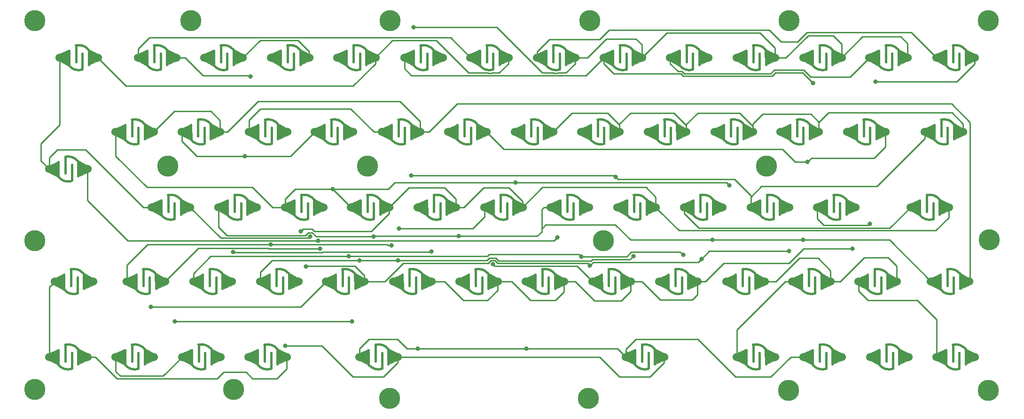
<source format=gbl>
G04 #@! TF.GenerationSoftware,KiCad,Pcbnew,5.1.8+dfsg1-1~bpo10+1*
G04 #@! TF.CreationDate,2020-11-24T20:00:48+01:00*
G04 #@! TF.ProjectId,armpofo_keyboard,61726d70-6f66-46f5-9f6b-6579626f6172,rev?*
G04 #@! TF.SameCoordinates,Original*
G04 #@! TF.FileFunction,Copper,L2,Bot*
G04 #@! TF.FilePolarity,Positive*
%FSLAX46Y46*%
G04 Gerber Fmt 4.6, Leading zero omitted, Abs format (unit mm)*
G04 Created by KiCad (PCBNEW 5.1.8+dfsg1-1~bpo10+1) date 2020-11-24 20:00:48*
%MOMM*%
%LPD*%
G01*
G04 APERTURE LIST*
G04 #@! TA.AperFunction,EtchedComponent*
%ADD10C,0.100000*%
G04 #@! TD*
G04 #@! TA.AperFunction,EtchedComponent*
%ADD11C,0.400000*%
G04 #@! TD*
G04 #@! TA.AperFunction,ComponentPad*
%ADD12C,1.524000*%
G04 #@! TD*
G04 #@! TA.AperFunction,ComponentPad*
%ADD13C,3.800000*%
G04 #@! TD*
G04 #@! TA.AperFunction,ViaPad*
%ADD14C,0.800000*%
G04 #@! TD*
G04 #@! TA.AperFunction,Conductor*
%ADD15C,0.250000*%
G04 #@! TD*
G04 APERTURE END LIST*
D10*
G04 #@! TO.C,SW36*
G36*
X104029000Y-36465000D02*
G01*
X102428800Y-35576000D01*
X102352600Y-38497000D01*
X104029000Y-37735000D01*
X104029000Y-36465000D01*
G37*
X104029000Y-36465000D02*
X102428800Y-35576000D01*
X102352600Y-38497000D01*
X104029000Y-37735000D01*
X104029000Y-36465000D01*
G36*
X98771200Y-35703000D02*
G01*
X97171000Y-36465000D01*
X97171000Y-37735000D01*
X98771200Y-38598600D01*
X98771200Y-35703000D01*
G37*
X98771200Y-35703000D02*
X97171000Y-36465000D01*
X97171000Y-37735000D01*
X98771200Y-38598600D01*
X98771200Y-35703000D01*
D11*
X98826545Y-38493446D02*
X98822000Y-35830000D01*
X100092000Y-37862000D02*
X100092000Y-34890200D01*
X101235000Y-39132000D02*
X101235000Y-36338000D01*
X102378000Y-38370000D02*
X102368268Y-35710661D01*
X98826545Y-38493446D02*
G75*
G03*
X101235000Y-39259000I1764353J1379394D01*
G01*
X102373977Y-35680824D02*
G75*
G03*
X100066600Y-34890200I-1777072J-1423986D01*
G01*
D10*
G04 #@! TO.C,SW1*
G36*
X15529000Y-9465000D02*
G01*
X13928800Y-8576000D01*
X13852600Y-11497000D01*
X15529000Y-10735000D01*
X15529000Y-9465000D01*
G37*
X15529000Y-9465000D02*
X13928800Y-8576000D01*
X13852600Y-11497000D01*
X15529000Y-10735000D01*
X15529000Y-9465000D01*
G36*
X10271200Y-8703000D02*
G01*
X8671000Y-9465000D01*
X8671000Y-10735000D01*
X10271200Y-11598600D01*
X10271200Y-8703000D01*
G37*
X10271200Y-8703000D02*
X8671000Y-9465000D01*
X8671000Y-10735000D01*
X10271200Y-11598600D01*
X10271200Y-8703000D01*
D11*
X10326545Y-11493446D02*
X10322000Y-8830000D01*
X11592000Y-10862000D02*
X11592000Y-7890200D01*
X12735000Y-12132000D02*
X12735000Y-9338000D01*
X13878000Y-11370000D02*
X13868268Y-8710661D01*
X10326545Y-11493446D02*
G75*
G03*
X12735000Y-12259000I1764353J1379394D01*
G01*
X13873977Y-8680824D02*
G75*
G03*
X11566600Y-7890200I-1777072J-1423986D01*
G01*
D10*
G04 #@! TO.C,SW2*
G36*
X29629000Y-9465000D02*
G01*
X28028800Y-8576000D01*
X27952600Y-11497000D01*
X29629000Y-10735000D01*
X29629000Y-9465000D01*
G37*
X29629000Y-9465000D02*
X28028800Y-8576000D01*
X27952600Y-11497000D01*
X29629000Y-10735000D01*
X29629000Y-9465000D01*
G36*
X24371200Y-8703000D02*
G01*
X22771000Y-9465000D01*
X22771000Y-10735000D01*
X24371200Y-11598600D01*
X24371200Y-8703000D01*
G37*
X24371200Y-8703000D02*
X22771000Y-9465000D01*
X22771000Y-10735000D01*
X24371200Y-11598600D01*
X24371200Y-8703000D01*
D11*
X24426545Y-11493446D02*
X24422000Y-8830000D01*
X25692000Y-10862000D02*
X25692000Y-7890200D01*
X26835000Y-12132000D02*
X26835000Y-9338000D01*
X27978000Y-11370000D02*
X27968268Y-8710661D01*
X24426545Y-11493446D02*
G75*
G03*
X26835000Y-12259000I1764353J1379394D01*
G01*
X27973977Y-8680824D02*
G75*
G03*
X25666600Y-7890200I-1777072J-1423986D01*
G01*
D10*
G04 #@! TO.C,SW3*
G36*
X41629000Y-9465000D02*
G01*
X40028800Y-8576000D01*
X39952600Y-11497000D01*
X41629000Y-10735000D01*
X41629000Y-9465000D01*
G37*
X41629000Y-9465000D02*
X40028800Y-8576000D01*
X39952600Y-11497000D01*
X41629000Y-10735000D01*
X41629000Y-9465000D01*
G36*
X36371200Y-8703000D02*
G01*
X34771000Y-9465000D01*
X34771000Y-10735000D01*
X36371200Y-11598600D01*
X36371200Y-8703000D01*
G37*
X36371200Y-8703000D02*
X34771000Y-9465000D01*
X34771000Y-10735000D01*
X36371200Y-11598600D01*
X36371200Y-8703000D01*
D11*
X36426545Y-11493446D02*
X36422000Y-8830000D01*
X37692000Y-10862000D02*
X37692000Y-7890200D01*
X38835000Y-12132000D02*
X38835000Y-9338000D01*
X39978000Y-11370000D02*
X39968268Y-8710661D01*
X36426545Y-11493446D02*
G75*
G03*
X38835000Y-12259000I1764353J1379394D01*
G01*
X39973977Y-8680824D02*
G75*
G03*
X37666600Y-7890200I-1777072J-1423986D01*
G01*
D10*
G04 #@! TO.C,SW4*
G36*
X53629000Y-9465000D02*
G01*
X52028800Y-8576000D01*
X51952600Y-11497000D01*
X53629000Y-10735000D01*
X53629000Y-9465000D01*
G37*
X53629000Y-9465000D02*
X52028800Y-8576000D01*
X51952600Y-11497000D01*
X53629000Y-10735000D01*
X53629000Y-9465000D01*
G36*
X48371200Y-8703000D02*
G01*
X46771000Y-9465000D01*
X46771000Y-10735000D01*
X48371200Y-11598600D01*
X48371200Y-8703000D01*
G37*
X48371200Y-8703000D02*
X46771000Y-9465000D01*
X46771000Y-10735000D01*
X48371200Y-11598600D01*
X48371200Y-8703000D01*
D11*
X48426545Y-11493446D02*
X48422000Y-8830000D01*
X49692000Y-10862000D02*
X49692000Y-7890200D01*
X50835000Y-12132000D02*
X50835000Y-9338000D01*
X51978000Y-11370000D02*
X51968268Y-8710661D01*
X48426545Y-11493446D02*
G75*
G03*
X50835000Y-12259000I1764353J1379394D01*
G01*
X51973977Y-8680824D02*
G75*
G03*
X49666600Y-7890200I-1777072J-1423986D01*
G01*
D10*
G04 #@! TO.C,SW5*
G36*
X65529000Y-9465000D02*
G01*
X63928800Y-8576000D01*
X63852600Y-11497000D01*
X65529000Y-10735000D01*
X65529000Y-9465000D01*
G37*
X65529000Y-9465000D02*
X63928800Y-8576000D01*
X63852600Y-11497000D01*
X65529000Y-10735000D01*
X65529000Y-9465000D01*
G36*
X60271200Y-8703000D02*
G01*
X58671000Y-9465000D01*
X58671000Y-10735000D01*
X60271200Y-11598600D01*
X60271200Y-8703000D01*
G37*
X60271200Y-8703000D02*
X58671000Y-9465000D01*
X58671000Y-10735000D01*
X60271200Y-11598600D01*
X60271200Y-8703000D01*
D11*
X60326545Y-11493446D02*
X60322000Y-8830000D01*
X61592000Y-10862000D02*
X61592000Y-7890200D01*
X62735000Y-12132000D02*
X62735000Y-9338000D01*
X63878000Y-11370000D02*
X63868268Y-8710661D01*
X60326545Y-11493446D02*
G75*
G03*
X62735000Y-12259000I1764353J1379394D01*
G01*
X63873977Y-8680824D02*
G75*
G03*
X61566600Y-7890200I-1777072J-1423986D01*
G01*
D10*
G04 #@! TO.C,SW6*
G36*
X77629000Y-9465000D02*
G01*
X76028800Y-8576000D01*
X75952600Y-11497000D01*
X77629000Y-10735000D01*
X77629000Y-9465000D01*
G37*
X77629000Y-9465000D02*
X76028800Y-8576000D01*
X75952600Y-11497000D01*
X77629000Y-10735000D01*
X77629000Y-9465000D01*
G36*
X72371200Y-8703000D02*
G01*
X70771000Y-9465000D01*
X70771000Y-10735000D01*
X72371200Y-11598600D01*
X72371200Y-8703000D01*
G37*
X72371200Y-8703000D02*
X70771000Y-9465000D01*
X70771000Y-10735000D01*
X72371200Y-11598600D01*
X72371200Y-8703000D01*
D11*
X72426545Y-11493446D02*
X72422000Y-8830000D01*
X73692000Y-10862000D02*
X73692000Y-7890200D01*
X74835000Y-12132000D02*
X74835000Y-9338000D01*
X75978000Y-11370000D02*
X75968268Y-8710661D01*
X72426545Y-11493446D02*
G75*
G03*
X74835000Y-12259000I1764353J1379394D01*
G01*
X75973977Y-8680824D02*
G75*
G03*
X73666600Y-7890200I-1777072J-1423986D01*
G01*
D10*
G04 #@! TO.C,SW7*
G36*
X89529000Y-9465000D02*
G01*
X87928800Y-8576000D01*
X87852600Y-11497000D01*
X89529000Y-10735000D01*
X89529000Y-9465000D01*
G37*
X89529000Y-9465000D02*
X87928800Y-8576000D01*
X87852600Y-11497000D01*
X89529000Y-10735000D01*
X89529000Y-9465000D01*
G36*
X84271200Y-8703000D02*
G01*
X82671000Y-9465000D01*
X82671000Y-10735000D01*
X84271200Y-11598600D01*
X84271200Y-8703000D01*
G37*
X84271200Y-8703000D02*
X82671000Y-9465000D01*
X82671000Y-10735000D01*
X84271200Y-11598600D01*
X84271200Y-8703000D01*
D11*
X84326545Y-11493446D02*
X84322000Y-8830000D01*
X85592000Y-10862000D02*
X85592000Y-7890200D01*
X86735000Y-12132000D02*
X86735000Y-9338000D01*
X87878000Y-11370000D02*
X87868268Y-8710661D01*
X84326545Y-11493446D02*
G75*
G03*
X86735000Y-12259000I1764353J1379394D01*
G01*
X87873977Y-8680824D02*
G75*
G03*
X85566600Y-7890200I-1777072J-1423986D01*
G01*
D10*
G04 #@! TO.C,SW8*
G36*
X101529000Y-9465000D02*
G01*
X99928800Y-8576000D01*
X99852600Y-11497000D01*
X101529000Y-10735000D01*
X101529000Y-9465000D01*
G37*
X101529000Y-9465000D02*
X99928800Y-8576000D01*
X99852600Y-11497000D01*
X101529000Y-10735000D01*
X101529000Y-9465000D01*
G36*
X96271200Y-8703000D02*
G01*
X94671000Y-9465000D01*
X94671000Y-10735000D01*
X96271200Y-11598600D01*
X96271200Y-8703000D01*
G37*
X96271200Y-8703000D02*
X94671000Y-9465000D01*
X94671000Y-10735000D01*
X96271200Y-11598600D01*
X96271200Y-8703000D01*
D11*
X96326545Y-11493446D02*
X96322000Y-8830000D01*
X97592000Y-10862000D02*
X97592000Y-7890200D01*
X98735000Y-12132000D02*
X98735000Y-9338000D01*
X99878000Y-11370000D02*
X99868268Y-8710661D01*
X96326545Y-11493446D02*
G75*
G03*
X98735000Y-12259000I1764353J1379394D01*
G01*
X99873977Y-8680824D02*
G75*
G03*
X97566600Y-7890200I-1777072J-1423986D01*
G01*
D10*
G04 #@! TO.C,SW9*
G36*
X113529000Y-9465000D02*
G01*
X111928800Y-8576000D01*
X111852600Y-11497000D01*
X113529000Y-10735000D01*
X113529000Y-9465000D01*
G37*
X113529000Y-9465000D02*
X111928800Y-8576000D01*
X111852600Y-11497000D01*
X113529000Y-10735000D01*
X113529000Y-9465000D01*
G36*
X108271200Y-8703000D02*
G01*
X106671000Y-9465000D01*
X106671000Y-10735000D01*
X108271200Y-11598600D01*
X108271200Y-8703000D01*
G37*
X108271200Y-8703000D02*
X106671000Y-9465000D01*
X106671000Y-10735000D01*
X108271200Y-11598600D01*
X108271200Y-8703000D01*
D11*
X108326545Y-11493446D02*
X108322000Y-8830000D01*
X109592000Y-10862000D02*
X109592000Y-7890200D01*
X110735000Y-12132000D02*
X110735000Y-9338000D01*
X111878000Y-11370000D02*
X111868268Y-8710661D01*
X108326545Y-11493446D02*
G75*
G03*
X110735000Y-12259000I1764353J1379394D01*
G01*
X111873977Y-8680824D02*
G75*
G03*
X109566600Y-7890200I-1777072J-1423986D01*
G01*
D10*
G04 #@! TO.C,SW10*
G36*
X125529000Y-9465000D02*
G01*
X123928800Y-8576000D01*
X123852600Y-11497000D01*
X125529000Y-10735000D01*
X125529000Y-9465000D01*
G37*
X125529000Y-9465000D02*
X123928800Y-8576000D01*
X123852600Y-11497000D01*
X125529000Y-10735000D01*
X125529000Y-9465000D01*
G36*
X120271200Y-8703000D02*
G01*
X118671000Y-9465000D01*
X118671000Y-10735000D01*
X120271200Y-11598600D01*
X120271200Y-8703000D01*
G37*
X120271200Y-8703000D02*
X118671000Y-9465000D01*
X118671000Y-10735000D01*
X120271200Y-11598600D01*
X120271200Y-8703000D01*
D11*
X120326545Y-11493446D02*
X120322000Y-8830000D01*
X121592000Y-10862000D02*
X121592000Y-7890200D01*
X122735000Y-12132000D02*
X122735000Y-9338000D01*
X123878000Y-11370000D02*
X123868268Y-8710661D01*
X120326545Y-11493446D02*
G75*
G03*
X122735000Y-12259000I1764353J1379394D01*
G01*
X123873977Y-8680824D02*
G75*
G03*
X121566600Y-7890200I-1777072J-1423986D01*
G01*
D10*
G04 #@! TO.C,SW11*
G36*
X137529000Y-9465000D02*
G01*
X135928800Y-8576000D01*
X135852600Y-11497000D01*
X137529000Y-10735000D01*
X137529000Y-9465000D01*
G37*
X137529000Y-9465000D02*
X135928800Y-8576000D01*
X135852600Y-11497000D01*
X137529000Y-10735000D01*
X137529000Y-9465000D01*
G36*
X132271200Y-8703000D02*
G01*
X130671000Y-9465000D01*
X130671000Y-10735000D01*
X132271200Y-11598600D01*
X132271200Y-8703000D01*
G37*
X132271200Y-8703000D02*
X130671000Y-9465000D01*
X130671000Y-10735000D01*
X132271200Y-11598600D01*
X132271200Y-8703000D01*
D11*
X132326545Y-11493446D02*
X132322000Y-8830000D01*
X133592000Y-10862000D02*
X133592000Y-7890200D01*
X134735000Y-12132000D02*
X134735000Y-9338000D01*
X135878000Y-11370000D02*
X135868268Y-8710661D01*
X132326545Y-11493446D02*
G75*
G03*
X134735000Y-12259000I1764353J1379394D01*
G01*
X135873977Y-8680824D02*
G75*
G03*
X133566600Y-7890200I-1777072J-1423986D01*
G01*
D10*
G04 #@! TO.C,SW12*
G36*
X149529000Y-9465000D02*
G01*
X147928800Y-8576000D01*
X147852600Y-11497000D01*
X149529000Y-10735000D01*
X149529000Y-9465000D01*
G37*
X149529000Y-9465000D02*
X147928800Y-8576000D01*
X147852600Y-11497000D01*
X149529000Y-10735000D01*
X149529000Y-9465000D01*
G36*
X144271200Y-8703000D02*
G01*
X142671000Y-9465000D01*
X142671000Y-10735000D01*
X144271200Y-11598600D01*
X144271200Y-8703000D01*
G37*
X144271200Y-8703000D02*
X142671000Y-9465000D01*
X142671000Y-10735000D01*
X144271200Y-11598600D01*
X144271200Y-8703000D01*
D11*
X144326545Y-11493446D02*
X144322000Y-8830000D01*
X145592000Y-10862000D02*
X145592000Y-7890200D01*
X146735000Y-12132000D02*
X146735000Y-9338000D01*
X147878000Y-11370000D02*
X147868268Y-8710661D01*
X144326545Y-11493446D02*
G75*
G03*
X146735000Y-12259000I1764353J1379394D01*
G01*
X147873977Y-8680824D02*
G75*
G03*
X145566600Y-7890200I-1777072J-1423986D01*
G01*
D10*
G04 #@! TO.C,SW13*
G36*
X161429000Y-9465000D02*
G01*
X159828800Y-8576000D01*
X159752600Y-11497000D01*
X161429000Y-10735000D01*
X161429000Y-9465000D01*
G37*
X161429000Y-9465000D02*
X159828800Y-8576000D01*
X159752600Y-11497000D01*
X161429000Y-10735000D01*
X161429000Y-9465000D01*
G36*
X156171200Y-8703000D02*
G01*
X154571000Y-9465000D01*
X154571000Y-10735000D01*
X156171200Y-11598600D01*
X156171200Y-8703000D01*
G37*
X156171200Y-8703000D02*
X154571000Y-9465000D01*
X154571000Y-10735000D01*
X156171200Y-11598600D01*
X156171200Y-8703000D01*
D11*
X156226545Y-11493446D02*
X156222000Y-8830000D01*
X157492000Y-10862000D02*
X157492000Y-7890200D01*
X158635000Y-12132000D02*
X158635000Y-9338000D01*
X159778000Y-11370000D02*
X159768268Y-8710661D01*
X156226545Y-11493446D02*
G75*
G03*
X158635000Y-12259000I1764353J1379394D01*
G01*
X159773977Y-8680824D02*
G75*
G03*
X157466600Y-7890200I-1777072J-1423986D01*
G01*
D10*
G04 #@! TO.C,SW14*
G36*
X173529000Y-9465000D02*
G01*
X171928800Y-8576000D01*
X171852600Y-11497000D01*
X173529000Y-10735000D01*
X173529000Y-9465000D01*
G37*
X173529000Y-9465000D02*
X171928800Y-8576000D01*
X171852600Y-11497000D01*
X173529000Y-10735000D01*
X173529000Y-9465000D01*
G36*
X168271200Y-8703000D02*
G01*
X166671000Y-9465000D01*
X166671000Y-10735000D01*
X168271200Y-11598600D01*
X168271200Y-8703000D01*
G37*
X168271200Y-8703000D02*
X166671000Y-9465000D01*
X166671000Y-10735000D01*
X168271200Y-11598600D01*
X168271200Y-8703000D01*
D11*
X168326545Y-11493446D02*
X168322000Y-8830000D01*
X169592000Y-10862000D02*
X169592000Y-7890200D01*
X170735000Y-12132000D02*
X170735000Y-9338000D01*
X171878000Y-11370000D02*
X171868268Y-8710661D01*
X168326545Y-11493446D02*
G75*
G03*
X170735000Y-12259000I1764353J1379394D01*
G01*
X171873977Y-8680824D02*
G75*
G03*
X169566600Y-7890200I-1777072J-1423986D01*
G01*
D10*
G04 #@! TO.C,SW15*
G36*
X25629000Y-22865000D02*
G01*
X24028800Y-21976000D01*
X23952600Y-24897000D01*
X25629000Y-24135000D01*
X25629000Y-22865000D01*
G37*
X25629000Y-22865000D02*
X24028800Y-21976000D01*
X23952600Y-24897000D01*
X25629000Y-24135000D01*
X25629000Y-22865000D01*
G36*
X20371200Y-22103000D02*
G01*
X18771000Y-22865000D01*
X18771000Y-24135000D01*
X20371200Y-24998600D01*
X20371200Y-22103000D01*
G37*
X20371200Y-22103000D02*
X18771000Y-22865000D01*
X18771000Y-24135000D01*
X20371200Y-24998600D01*
X20371200Y-22103000D01*
D11*
X20426545Y-24893446D02*
X20422000Y-22230000D01*
X21692000Y-24262000D02*
X21692000Y-21290200D01*
X22835000Y-25532000D02*
X22835000Y-22738000D01*
X23978000Y-24770000D02*
X23968268Y-22110661D01*
X20426545Y-24893446D02*
G75*
G03*
X22835000Y-25659000I1764353J1379394D01*
G01*
X23973977Y-22080824D02*
G75*
G03*
X21666600Y-21290200I-1777072J-1423986D01*
G01*
D10*
G04 #@! TO.C,SW16*
G36*
X37529000Y-22865000D02*
G01*
X35928800Y-21976000D01*
X35852600Y-24897000D01*
X37529000Y-24135000D01*
X37529000Y-22865000D01*
G37*
X37529000Y-22865000D02*
X35928800Y-21976000D01*
X35852600Y-24897000D01*
X37529000Y-24135000D01*
X37529000Y-22865000D01*
G36*
X32271200Y-22103000D02*
G01*
X30671000Y-22865000D01*
X30671000Y-24135000D01*
X32271200Y-24998600D01*
X32271200Y-22103000D01*
G37*
X32271200Y-22103000D02*
X30671000Y-22865000D01*
X30671000Y-24135000D01*
X32271200Y-24998600D01*
X32271200Y-22103000D01*
D11*
X32326545Y-24893446D02*
X32322000Y-22230000D01*
X33592000Y-24262000D02*
X33592000Y-21290200D01*
X34735000Y-25532000D02*
X34735000Y-22738000D01*
X35878000Y-24770000D02*
X35868268Y-22110661D01*
X32326545Y-24893446D02*
G75*
G03*
X34735000Y-25659000I1764353J1379394D01*
G01*
X35873977Y-22080824D02*
G75*
G03*
X33566600Y-21290200I-1777072J-1423986D01*
G01*
D10*
G04 #@! TO.C,SW17*
G36*
X49629000Y-22865000D02*
G01*
X48028800Y-21976000D01*
X47952600Y-24897000D01*
X49629000Y-24135000D01*
X49629000Y-22865000D01*
G37*
X49629000Y-22865000D02*
X48028800Y-21976000D01*
X47952600Y-24897000D01*
X49629000Y-24135000D01*
X49629000Y-22865000D01*
G36*
X44371200Y-22103000D02*
G01*
X42771000Y-22865000D01*
X42771000Y-24135000D01*
X44371200Y-24998600D01*
X44371200Y-22103000D01*
G37*
X44371200Y-22103000D02*
X42771000Y-22865000D01*
X42771000Y-24135000D01*
X44371200Y-24998600D01*
X44371200Y-22103000D01*
D11*
X44426545Y-24893446D02*
X44422000Y-22230000D01*
X45692000Y-24262000D02*
X45692000Y-21290200D01*
X46835000Y-25532000D02*
X46835000Y-22738000D01*
X47978000Y-24770000D02*
X47968268Y-22110661D01*
X44426545Y-24893446D02*
G75*
G03*
X46835000Y-25659000I1764353J1379394D01*
G01*
X47973977Y-22080824D02*
G75*
G03*
X45666600Y-21290200I-1777072J-1423986D01*
G01*
D10*
G04 #@! TO.C,SW18*
G36*
X61529000Y-22865000D02*
G01*
X59928800Y-21976000D01*
X59852600Y-24897000D01*
X61529000Y-24135000D01*
X61529000Y-22865000D01*
G37*
X61529000Y-22865000D02*
X59928800Y-21976000D01*
X59852600Y-24897000D01*
X61529000Y-24135000D01*
X61529000Y-22865000D01*
G36*
X56271200Y-22103000D02*
G01*
X54671000Y-22865000D01*
X54671000Y-24135000D01*
X56271200Y-24998600D01*
X56271200Y-22103000D01*
G37*
X56271200Y-22103000D02*
X54671000Y-22865000D01*
X54671000Y-24135000D01*
X56271200Y-24998600D01*
X56271200Y-22103000D01*
D11*
X56326545Y-24893446D02*
X56322000Y-22230000D01*
X57592000Y-24262000D02*
X57592000Y-21290200D01*
X58735000Y-25532000D02*
X58735000Y-22738000D01*
X59878000Y-24770000D02*
X59868268Y-22110661D01*
X56326545Y-24893446D02*
G75*
G03*
X58735000Y-25659000I1764353J1379394D01*
G01*
X59873977Y-22080824D02*
G75*
G03*
X57566600Y-21290200I-1777072J-1423986D01*
G01*
D10*
G04 #@! TO.C,SW19*
G36*
X73629000Y-22865000D02*
G01*
X72028800Y-21976000D01*
X71952600Y-24897000D01*
X73629000Y-24135000D01*
X73629000Y-22865000D01*
G37*
X73629000Y-22865000D02*
X72028800Y-21976000D01*
X71952600Y-24897000D01*
X73629000Y-24135000D01*
X73629000Y-22865000D01*
G36*
X68371200Y-22103000D02*
G01*
X66771000Y-22865000D01*
X66771000Y-24135000D01*
X68371200Y-24998600D01*
X68371200Y-22103000D01*
G37*
X68371200Y-22103000D02*
X66771000Y-22865000D01*
X66771000Y-24135000D01*
X68371200Y-24998600D01*
X68371200Y-22103000D01*
D11*
X68426545Y-24893446D02*
X68422000Y-22230000D01*
X69692000Y-24262000D02*
X69692000Y-21290200D01*
X70835000Y-25532000D02*
X70835000Y-22738000D01*
X71978000Y-24770000D02*
X71968268Y-22110661D01*
X68426545Y-24893446D02*
G75*
G03*
X70835000Y-25659000I1764353J1379394D01*
G01*
X71973977Y-22080824D02*
G75*
G03*
X69666600Y-21290200I-1777072J-1423986D01*
G01*
D10*
G04 #@! TO.C,SW20*
G36*
X85529000Y-22865000D02*
G01*
X83928800Y-21976000D01*
X83852600Y-24897000D01*
X85529000Y-24135000D01*
X85529000Y-22865000D01*
G37*
X85529000Y-22865000D02*
X83928800Y-21976000D01*
X83852600Y-24897000D01*
X85529000Y-24135000D01*
X85529000Y-22865000D01*
G36*
X80271200Y-22103000D02*
G01*
X78671000Y-22865000D01*
X78671000Y-24135000D01*
X80271200Y-24998600D01*
X80271200Y-22103000D01*
G37*
X80271200Y-22103000D02*
X78671000Y-22865000D01*
X78671000Y-24135000D01*
X80271200Y-24998600D01*
X80271200Y-22103000D01*
D11*
X80326545Y-24893446D02*
X80322000Y-22230000D01*
X81592000Y-24262000D02*
X81592000Y-21290200D01*
X82735000Y-25532000D02*
X82735000Y-22738000D01*
X83878000Y-24770000D02*
X83868268Y-22110661D01*
X80326545Y-24893446D02*
G75*
G03*
X82735000Y-25659000I1764353J1379394D01*
G01*
X83873977Y-22080824D02*
G75*
G03*
X81566600Y-21290200I-1777072J-1423986D01*
G01*
D10*
G04 #@! TO.C,SW21*
G36*
X97529000Y-22865000D02*
G01*
X95928800Y-21976000D01*
X95852600Y-24897000D01*
X97529000Y-24135000D01*
X97529000Y-22865000D01*
G37*
X97529000Y-22865000D02*
X95928800Y-21976000D01*
X95852600Y-24897000D01*
X97529000Y-24135000D01*
X97529000Y-22865000D01*
G36*
X92271200Y-22103000D02*
G01*
X90671000Y-22865000D01*
X90671000Y-24135000D01*
X92271200Y-24998600D01*
X92271200Y-22103000D01*
G37*
X92271200Y-22103000D02*
X90671000Y-22865000D01*
X90671000Y-24135000D01*
X92271200Y-24998600D01*
X92271200Y-22103000D01*
D11*
X92326545Y-24893446D02*
X92322000Y-22230000D01*
X93592000Y-24262000D02*
X93592000Y-21290200D01*
X94735000Y-25532000D02*
X94735000Y-22738000D01*
X95878000Y-24770000D02*
X95868268Y-22110661D01*
X92326545Y-24893446D02*
G75*
G03*
X94735000Y-25659000I1764353J1379394D01*
G01*
X95873977Y-22080824D02*
G75*
G03*
X93566600Y-21290200I-1777072J-1423986D01*
G01*
D10*
G04 #@! TO.C,SW22*
G36*
X109529000Y-22865000D02*
G01*
X107928800Y-21976000D01*
X107852600Y-24897000D01*
X109529000Y-24135000D01*
X109529000Y-22865000D01*
G37*
X109529000Y-22865000D02*
X107928800Y-21976000D01*
X107852600Y-24897000D01*
X109529000Y-24135000D01*
X109529000Y-22865000D01*
G36*
X104271200Y-22103000D02*
G01*
X102671000Y-22865000D01*
X102671000Y-24135000D01*
X104271200Y-24998600D01*
X104271200Y-22103000D01*
G37*
X104271200Y-22103000D02*
X102671000Y-22865000D01*
X102671000Y-24135000D01*
X104271200Y-24998600D01*
X104271200Y-22103000D01*
D11*
X104326545Y-24893446D02*
X104322000Y-22230000D01*
X105592000Y-24262000D02*
X105592000Y-21290200D01*
X106735000Y-25532000D02*
X106735000Y-22738000D01*
X107878000Y-24770000D02*
X107868268Y-22110661D01*
X104326545Y-24893446D02*
G75*
G03*
X106735000Y-25659000I1764353J1379394D01*
G01*
X107873977Y-22080824D02*
G75*
G03*
X105566600Y-21290200I-1777072J-1423986D01*
G01*
D10*
G04 #@! TO.C,SW23*
G36*
X121529000Y-22865000D02*
G01*
X119928800Y-21976000D01*
X119852600Y-24897000D01*
X121529000Y-24135000D01*
X121529000Y-22865000D01*
G37*
X121529000Y-22865000D02*
X119928800Y-21976000D01*
X119852600Y-24897000D01*
X121529000Y-24135000D01*
X121529000Y-22865000D01*
G36*
X116271200Y-22103000D02*
G01*
X114671000Y-22865000D01*
X114671000Y-24135000D01*
X116271200Y-24998600D01*
X116271200Y-22103000D01*
G37*
X116271200Y-22103000D02*
X114671000Y-22865000D01*
X114671000Y-24135000D01*
X116271200Y-24998600D01*
X116271200Y-22103000D01*
D11*
X116326545Y-24893446D02*
X116322000Y-22230000D01*
X117592000Y-24262000D02*
X117592000Y-21290200D01*
X118735000Y-25532000D02*
X118735000Y-22738000D01*
X119878000Y-24770000D02*
X119868268Y-22110661D01*
X116326545Y-24893446D02*
G75*
G03*
X118735000Y-25659000I1764353J1379394D01*
G01*
X119873977Y-22080824D02*
G75*
G03*
X117566600Y-21290200I-1777072J-1423986D01*
G01*
D10*
G04 #@! TO.C,SW24*
G36*
X133529000Y-22865000D02*
G01*
X131928800Y-21976000D01*
X131852600Y-24897000D01*
X133529000Y-24135000D01*
X133529000Y-22865000D01*
G37*
X133529000Y-22865000D02*
X131928800Y-21976000D01*
X131852600Y-24897000D01*
X133529000Y-24135000D01*
X133529000Y-22865000D01*
G36*
X128271200Y-22103000D02*
G01*
X126671000Y-22865000D01*
X126671000Y-24135000D01*
X128271200Y-24998600D01*
X128271200Y-22103000D01*
G37*
X128271200Y-22103000D02*
X126671000Y-22865000D01*
X126671000Y-24135000D01*
X128271200Y-24998600D01*
X128271200Y-22103000D01*
D11*
X128326545Y-24893446D02*
X128322000Y-22230000D01*
X129592000Y-24262000D02*
X129592000Y-21290200D01*
X130735000Y-25532000D02*
X130735000Y-22738000D01*
X131878000Y-24770000D02*
X131868268Y-22110661D01*
X128326545Y-24893446D02*
G75*
G03*
X130735000Y-25659000I1764353J1379394D01*
G01*
X131873977Y-22080824D02*
G75*
G03*
X129566600Y-21290200I-1777072J-1423986D01*
G01*
D10*
G04 #@! TO.C,SW25*
G36*
X145429000Y-22865000D02*
G01*
X143828800Y-21976000D01*
X143752600Y-24897000D01*
X145429000Y-24135000D01*
X145429000Y-22865000D01*
G37*
X145429000Y-22865000D02*
X143828800Y-21976000D01*
X143752600Y-24897000D01*
X145429000Y-24135000D01*
X145429000Y-22865000D01*
G36*
X140171200Y-22103000D02*
G01*
X138571000Y-22865000D01*
X138571000Y-24135000D01*
X140171200Y-24998600D01*
X140171200Y-22103000D01*
G37*
X140171200Y-22103000D02*
X138571000Y-22865000D01*
X138571000Y-24135000D01*
X140171200Y-24998600D01*
X140171200Y-22103000D01*
D11*
X140226545Y-24893446D02*
X140222000Y-22230000D01*
X141492000Y-24262000D02*
X141492000Y-21290200D01*
X142635000Y-25532000D02*
X142635000Y-22738000D01*
X143778000Y-24770000D02*
X143768268Y-22110661D01*
X140226545Y-24893446D02*
G75*
G03*
X142635000Y-25659000I1764353J1379394D01*
G01*
X143773977Y-22080824D02*
G75*
G03*
X141466600Y-21290200I-1777072J-1423986D01*
G01*
D10*
G04 #@! TO.C,SW26*
G36*
X157429000Y-22865000D02*
G01*
X155828800Y-21976000D01*
X155752600Y-24897000D01*
X157429000Y-24135000D01*
X157429000Y-22865000D01*
G37*
X157429000Y-22865000D02*
X155828800Y-21976000D01*
X155752600Y-24897000D01*
X157429000Y-24135000D01*
X157429000Y-22865000D01*
G36*
X152171200Y-22103000D02*
G01*
X150571000Y-22865000D01*
X150571000Y-24135000D01*
X152171200Y-24998600D01*
X152171200Y-22103000D01*
G37*
X152171200Y-22103000D02*
X150571000Y-22865000D01*
X150571000Y-24135000D01*
X152171200Y-24998600D01*
X152171200Y-22103000D01*
D11*
X152226545Y-24893446D02*
X152222000Y-22230000D01*
X153492000Y-24262000D02*
X153492000Y-21290200D01*
X154635000Y-25532000D02*
X154635000Y-22738000D01*
X155778000Y-24770000D02*
X155768268Y-22110661D01*
X152226545Y-24893446D02*
G75*
G03*
X154635000Y-25659000I1764353J1379394D01*
G01*
X155773977Y-22080824D02*
G75*
G03*
X153466600Y-21290200I-1777072J-1423986D01*
G01*
D10*
G04 #@! TO.C,SW27*
G36*
X171429000Y-22865000D02*
G01*
X169828800Y-21976000D01*
X169752600Y-24897000D01*
X171429000Y-24135000D01*
X171429000Y-22865000D01*
G37*
X171429000Y-22865000D02*
X169828800Y-21976000D01*
X169752600Y-24897000D01*
X171429000Y-24135000D01*
X171429000Y-22865000D01*
G36*
X166171200Y-22103000D02*
G01*
X164571000Y-22865000D01*
X164571000Y-24135000D01*
X166171200Y-24998600D01*
X166171200Y-22103000D01*
G37*
X166171200Y-22103000D02*
X164571000Y-22865000D01*
X164571000Y-24135000D01*
X166171200Y-24998600D01*
X166171200Y-22103000D01*
D11*
X166226545Y-24893446D02*
X166222000Y-22230000D01*
X167492000Y-24262000D02*
X167492000Y-21290200D01*
X168635000Y-25532000D02*
X168635000Y-22738000D01*
X169778000Y-24770000D02*
X169768268Y-22110661D01*
X166226545Y-24893446D02*
G75*
G03*
X168635000Y-25659000I1764353J1379394D01*
G01*
X169773977Y-22080824D02*
G75*
G03*
X167466600Y-21290200I-1777072J-1423986D01*
G01*
D10*
G04 #@! TO.C,SW28*
G36*
X13629000Y-29565000D02*
G01*
X12028800Y-28676000D01*
X11952600Y-31597000D01*
X13629000Y-30835000D01*
X13629000Y-29565000D01*
G37*
X13629000Y-29565000D02*
X12028800Y-28676000D01*
X11952600Y-31597000D01*
X13629000Y-30835000D01*
X13629000Y-29565000D01*
G36*
X8371200Y-28803000D02*
G01*
X6771000Y-29565000D01*
X6771000Y-30835000D01*
X8371200Y-31698600D01*
X8371200Y-28803000D01*
G37*
X8371200Y-28803000D02*
X6771000Y-29565000D01*
X6771000Y-30835000D01*
X8371200Y-31698600D01*
X8371200Y-28803000D01*
D11*
X8426545Y-31593446D02*
X8422000Y-28930000D01*
X9692000Y-30962000D02*
X9692000Y-27990200D01*
X10835000Y-32232000D02*
X10835000Y-29438000D01*
X11978000Y-31470000D02*
X11968268Y-28810661D01*
X8426545Y-31593446D02*
G75*
G03*
X10835000Y-32359000I1764353J1379394D01*
G01*
X11973977Y-28780824D02*
G75*
G03*
X9666600Y-27990200I-1777072J-1423986D01*
G01*
D10*
G04 #@! TO.C,SW29*
G36*
X168829000Y-36465000D02*
G01*
X167228800Y-35576000D01*
X167152600Y-38497000D01*
X168829000Y-37735000D01*
X168829000Y-36465000D01*
G37*
X168829000Y-36465000D02*
X167228800Y-35576000D01*
X167152600Y-38497000D01*
X168829000Y-37735000D01*
X168829000Y-36465000D01*
G36*
X163571200Y-35703000D02*
G01*
X161971000Y-36465000D01*
X161971000Y-37735000D01*
X163571200Y-38598600D01*
X163571200Y-35703000D01*
G37*
X163571200Y-35703000D02*
X161971000Y-36465000D01*
X161971000Y-37735000D01*
X163571200Y-38598600D01*
X163571200Y-35703000D01*
D11*
X163626545Y-38493446D02*
X163622000Y-35830000D01*
X164892000Y-37862000D02*
X164892000Y-34890200D01*
X166035000Y-39132000D02*
X166035000Y-36338000D01*
X167178000Y-38370000D02*
X167168268Y-35710661D01*
X163626545Y-38493446D02*
G75*
G03*
X166035000Y-39259000I1764353J1379394D01*
G01*
X167173977Y-35680824D02*
G75*
G03*
X164866600Y-34890200I-1777072J-1423986D01*
G01*
D10*
G04 #@! TO.C,SW30*
G36*
X32129000Y-36465000D02*
G01*
X30528800Y-35576000D01*
X30452600Y-38497000D01*
X32129000Y-37735000D01*
X32129000Y-36465000D01*
G37*
X32129000Y-36465000D02*
X30528800Y-35576000D01*
X30452600Y-38497000D01*
X32129000Y-37735000D01*
X32129000Y-36465000D01*
G36*
X26871200Y-35703000D02*
G01*
X25271000Y-36465000D01*
X25271000Y-37735000D01*
X26871200Y-38598600D01*
X26871200Y-35703000D01*
G37*
X26871200Y-35703000D02*
X25271000Y-36465000D01*
X25271000Y-37735000D01*
X26871200Y-38598600D01*
X26871200Y-35703000D01*
D11*
X26926545Y-38493446D02*
X26922000Y-35830000D01*
X28192000Y-37862000D02*
X28192000Y-34890200D01*
X29335000Y-39132000D02*
X29335000Y-36338000D01*
X30478000Y-38370000D02*
X30468268Y-35710661D01*
X26926545Y-38493446D02*
G75*
G03*
X29335000Y-39259000I1764353J1379394D01*
G01*
X30473977Y-35680824D02*
G75*
G03*
X28166600Y-34890200I-1777072J-1423986D01*
G01*
D10*
G04 #@! TO.C,SW31*
G36*
X44129000Y-36465000D02*
G01*
X42528800Y-35576000D01*
X42452600Y-38497000D01*
X44129000Y-37735000D01*
X44129000Y-36465000D01*
G37*
X44129000Y-36465000D02*
X42528800Y-35576000D01*
X42452600Y-38497000D01*
X44129000Y-37735000D01*
X44129000Y-36465000D01*
G36*
X38871200Y-35703000D02*
G01*
X37271000Y-36465000D01*
X37271000Y-37735000D01*
X38871200Y-38598600D01*
X38871200Y-35703000D01*
G37*
X38871200Y-35703000D02*
X37271000Y-36465000D01*
X37271000Y-37735000D01*
X38871200Y-38598600D01*
X38871200Y-35703000D01*
D11*
X38926545Y-38493446D02*
X38922000Y-35830000D01*
X40192000Y-37862000D02*
X40192000Y-34890200D01*
X41335000Y-39132000D02*
X41335000Y-36338000D01*
X42478000Y-38370000D02*
X42468268Y-35710661D01*
X38926545Y-38493446D02*
G75*
G03*
X41335000Y-39259000I1764353J1379394D01*
G01*
X42473977Y-35680824D02*
G75*
G03*
X40166600Y-34890200I-1777072J-1423986D01*
G01*
D10*
G04 #@! TO.C,SW32*
G36*
X56129000Y-36465000D02*
G01*
X54528800Y-35576000D01*
X54452600Y-38497000D01*
X56129000Y-37735000D01*
X56129000Y-36465000D01*
G37*
X56129000Y-36465000D02*
X54528800Y-35576000D01*
X54452600Y-38497000D01*
X56129000Y-37735000D01*
X56129000Y-36465000D01*
G36*
X50871200Y-35703000D02*
G01*
X49271000Y-36465000D01*
X49271000Y-37735000D01*
X50871200Y-38598600D01*
X50871200Y-35703000D01*
G37*
X50871200Y-35703000D02*
X49271000Y-36465000D01*
X49271000Y-37735000D01*
X50871200Y-38598600D01*
X50871200Y-35703000D01*
D11*
X50926545Y-38493446D02*
X50922000Y-35830000D01*
X52192000Y-37862000D02*
X52192000Y-34890200D01*
X53335000Y-39132000D02*
X53335000Y-36338000D01*
X54478000Y-38370000D02*
X54468268Y-35710661D01*
X50926545Y-38493446D02*
G75*
G03*
X53335000Y-39259000I1764353J1379394D01*
G01*
X54473977Y-35680824D02*
G75*
G03*
X52166600Y-34890200I-1777072J-1423986D01*
G01*
D10*
G04 #@! TO.C,SW33*
G36*
X68029000Y-36465000D02*
G01*
X66428800Y-35576000D01*
X66352600Y-38497000D01*
X68029000Y-37735000D01*
X68029000Y-36465000D01*
G37*
X68029000Y-36465000D02*
X66428800Y-35576000D01*
X66352600Y-38497000D01*
X68029000Y-37735000D01*
X68029000Y-36465000D01*
G36*
X62771200Y-35703000D02*
G01*
X61171000Y-36465000D01*
X61171000Y-37735000D01*
X62771200Y-38598600D01*
X62771200Y-35703000D01*
G37*
X62771200Y-35703000D02*
X61171000Y-36465000D01*
X61171000Y-37735000D01*
X62771200Y-38598600D01*
X62771200Y-35703000D01*
D11*
X62826545Y-38493446D02*
X62822000Y-35830000D01*
X64092000Y-37862000D02*
X64092000Y-34890200D01*
X65235000Y-39132000D02*
X65235000Y-36338000D01*
X66378000Y-38370000D02*
X66368268Y-35710661D01*
X62826545Y-38493446D02*
G75*
G03*
X65235000Y-39259000I1764353J1379394D01*
G01*
X66373977Y-35680824D02*
G75*
G03*
X64066600Y-34890200I-1777072J-1423986D01*
G01*
D10*
G04 #@! TO.C,SW34*
G36*
X80029000Y-36465000D02*
G01*
X78428800Y-35576000D01*
X78352600Y-38497000D01*
X80029000Y-37735000D01*
X80029000Y-36465000D01*
G37*
X80029000Y-36465000D02*
X78428800Y-35576000D01*
X78352600Y-38497000D01*
X80029000Y-37735000D01*
X80029000Y-36465000D01*
G36*
X74771200Y-35703000D02*
G01*
X73171000Y-36465000D01*
X73171000Y-37735000D01*
X74771200Y-38598600D01*
X74771200Y-35703000D01*
G37*
X74771200Y-35703000D02*
X73171000Y-36465000D01*
X73171000Y-37735000D01*
X74771200Y-38598600D01*
X74771200Y-35703000D01*
D11*
X74826545Y-38493446D02*
X74822000Y-35830000D01*
X76092000Y-37862000D02*
X76092000Y-34890200D01*
X77235000Y-39132000D02*
X77235000Y-36338000D01*
X78378000Y-38370000D02*
X78368268Y-35710661D01*
X74826545Y-38493446D02*
G75*
G03*
X77235000Y-39259000I1764353J1379394D01*
G01*
X78373977Y-35680824D02*
G75*
G03*
X76066600Y-34890200I-1777072J-1423986D01*
G01*
D10*
G04 #@! TO.C,SW35*
G36*
X92029000Y-36465000D02*
G01*
X90428800Y-35576000D01*
X90352600Y-38497000D01*
X92029000Y-37735000D01*
X92029000Y-36465000D01*
G37*
X92029000Y-36465000D02*
X90428800Y-35576000D01*
X90352600Y-38497000D01*
X92029000Y-37735000D01*
X92029000Y-36465000D01*
G36*
X86771200Y-35703000D02*
G01*
X85171000Y-36465000D01*
X85171000Y-37735000D01*
X86771200Y-38598600D01*
X86771200Y-35703000D01*
G37*
X86771200Y-35703000D02*
X85171000Y-36465000D01*
X85171000Y-37735000D01*
X86771200Y-38598600D01*
X86771200Y-35703000D01*
D11*
X86826545Y-38493446D02*
X86822000Y-35830000D01*
X88092000Y-37862000D02*
X88092000Y-34890200D01*
X89235000Y-39132000D02*
X89235000Y-36338000D01*
X90378000Y-38370000D02*
X90368268Y-35710661D01*
X86826545Y-38493446D02*
G75*
G03*
X89235000Y-39259000I1764353J1379394D01*
G01*
X90373977Y-35680824D02*
G75*
G03*
X88066600Y-34890200I-1777072J-1423986D01*
G01*
D10*
G04 #@! TO.C,SW37*
G36*
X116029000Y-36465000D02*
G01*
X114428800Y-35576000D01*
X114352600Y-38497000D01*
X116029000Y-37735000D01*
X116029000Y-36465000D01*
G37*
X116029000Y-36465000D02*
X114428800Y-35576000D01*
X114352600Y-38497000D01*
X116029000Y-37735000D01*
X116029000Y-36465000D01*
G36*
X110771200Y-35703000D02*
G01*
X109171000Y-36465000D01*
X109171000Y-37735000D01*
X110771200Y-38598600D01*
X110771200Y-35703000D01*
G37*
X110771200Y-35703000D02*
X109171000Y-36465000D01*
X109171000Y-37735000D01*
X110771200Y-38598600D01*
X110771200Y-35703000D01*
D11*
X110826545Y-38493446D02*
X110822000Y-35830000D01*
X112092000Y-37862000D02*
X112092000Y-34890200D01*
X113235000Y-39132000D02*
X113235000Y-36338000D01*
X114378000Y-38370000D02*
X114368268Y-35710661D01*
X110826545Y-38493446D02*
G75*
G03*
X113235000Y-39259000I1764353J1379394D01*
G01*
X114373977Y-35680824D02*
G75*
G03*
X112066600Y-34890200I-1777072J-1423986D01*
G01*
D10*
G04 #@! TO.C,SW38*
G36*
X128029000Y-36465000D02*
G01*
X126428800Y-35576000D01*
X126352600Y-38497000D01*
X128029000Y-37735000D01*
X128029000Y-36465000D01*
G37*
X128029000Y-36465000D02*
X126428800Y-35576000D01*
X126352600Y-38497000D01*
X128029000Y-37735000D01*
X128029000Y-36465000D01*
G36*
X122771200Y-35703000D02*
G01*
X121171000Y-36465000D01*
X121171000Y-37735000D01*
X122771200Y-38598600D01*
X122771200Y-35703000D01*
G37*
X122771200Y-35703000D02*
X121171000Y-36465000D01*
X121171000Y-37735000D01*
X122771200Y-38598600D01*
X122771200Y-35703000D01*
D11*
X122826545Y-38493446D02*
X122822000Y-35830000D01*
X124092000Y-37862000D02*
X124092000Y-34890200D01*
X125235000Y-39132000D02*
X125235000Y-36338000D01*
X126378000Y-38370000D02*
X126368268Y-35710661D01*
X122826545Y-38493446D02*
G75*
G03*
X125235000Y-39259000I1764353J1379394D01*
G01*
X126373977Y-35680824D02*
G75*
G03*
X124066600Y-34890200I-1777072J-1423986D01*
G01*
D10*
G04 #@! TO.C,SW39*
G36*
X140029000Y-36465000D02*
G01*
X138428800Y-35576000D01*
X138352600Y-38497000D01*
X140029000Y-37735000D01*
X140029000Y-36465000D01*
G37*
X140029000Y-36465000D02*
X138428800Y-35576000D01*
X138352600Y-38497000D01*
X140029000Y-37735000D01*
X140029000Y-36465000D01*
G36*
X134771200Y-35703000D02*
G01*
X133171000Y-36465000D01*
X133171000Y-37735000D01*
X134771200Y-38598600D01*
X134771200Y-35703000D01*
G37*
X134771200Y-35703000D02*
X133171000Y-36465000D01*
X133171000Y-37735000D01*
X134771200Y-38598600D01*
X134771200Y-35703000D01*
D11*
X134826545Y-38493446D02*
X134822000Y-35830000D01*
X136092000Y-37862000D02*
X136092000Y-34890200D01*
X137235000Y-39132000D02*
X137235000Y-36338000D01*
X138378000Y-38370000D02*
X138368268Y-35710661D01*
X134826545Y-38493446D02*
G75*
G03*
X137235000Y-39259000I1764353J1379394D01*
G01*
X138373977Y-35680824D02*
G75*
G03*
X136066600Y-34890200I-1777072J-1423986D01*
G01*
D10*
G04 #@! TO.C,SW40*
G36*
X152029000Y-36465000D02*
G01*
X150428800Y-35576000D01*
X150352600Y-38497000D01*
X152029000Y-37735000D01*
X152029000Y-36465000D01*
G37*
X152029000Y-36465000D02*
X150428800Y-35576000D01*
X150352600Y-38497000D01*
X152029000Y-37735000D01*
X152029000Y-36465000D01*
G36*
X146771200Y-35703000D02*
G01*
X145171000Y-36465000D01*
X145171000Y-37735000D01*
X146771200Y-38598600D01*
X146771200Y-35703000D01*
G37*
X146771200Y-35703000D02*
X145171000Y-36465000D01*
X145171000Y-37735000D01*
X146771200Y-38598600D01*
X146771200Y-35703000D01*
D11*
X146826545Y-38493446D02*
X146822000Y-35830000D01*
X148092000Y-37862000D02*
X148092000Y-34890200D01*
X149235000Y-39132000D02*
X149235000Y-36338000D01*
X150378000Y-38370000D02*
X150368268Y-35710661D01*
X146826545Y-38493446D02*
G75*
G03*
X149235000Y-39259000I1764353J1379394D01*
G01*
X150373977Y-35680824D02*
G75*
G03*
X148066600Y-34890200I-1777072J-1423986D01*
G01*
D10*
G04 #@! TO.C,SW41*
G36*
X14629000Y-49865000D02*
G01*
X13028800Y-48976000D01*
X12952600Y-51897000D01*
X14629000Y-51135000D01*
X14629000Y-49865000D01*
G37*
X14629000Y-49865000D02*
X13028800Y-48976000D01*
X12952600Y-51897000D01*
X14629000Y-51135000D01*
X14629000Y-49865000D01*
G36*
X9371200Y-49103000D02*
G01*
X7771000Y-49865000D01*
X7771000Y-51135000D01*
X9371200Y-51998600D01*
X9371200Y-49103000D01*
G37*
X9371200Y-49103000D02*
X7771000Y-49865000D01*
X7771000Y-51135000D01*
X9371200Y-51998600D01*
X9371200Y-49103000D01*
D11*
X9426545Y-51893446D02*
X9422000Y-49230000D01*
X10692000Y-51262000D02*
X10692000Y-48290200D01*
X11835000Y-52532000D02*
X11835000Y-49738000D01*
X12978000Y-51770000D02*
X12968268Y-49110661D01*
X9426545Y-51893446D02*
G75*
G03*
X11835000Y-52659000I1764353J1379394D01*
G01*
X12973977Y-49080824D02*
G75*
G03*
X10666600Y-48290200I-1777072J-1423986D01*
G01*
D10*
G04 #@! TO.C,SW42*
G36*
X27629000Y-49865000D02*
G01*
X26028800Y-48976000D01*
X25952600Y-51897000D01*
X27629000Y-51135000D01*
X27629000Y-49865000D01*
G37*
X27629000Y-49865000D02*
X26028800Y-48976000D01*
X25952600Y-51897000D01*
X27629000Y-51135000D01*
X27629000Y-49865000D01*
G36*
X22371200Y-49103000D02*
G01*
X20771000Y-49865000D01*
X20771000Y-51135000D01*
X22371200Y-51998600D01*
X22371200Y-49103000D01*
G37*
X22371200Y-49103000D02*
X20771000Y-49865000D01*
X20771000Y-51135000D01*
X22371200Y-51998600D01*
X22371200Y-49103000D01*
D11*
X22426545Y-51893446D02*
X22422000Y-49230000D01*
X23692000Y-51262000D02*
X23692000Y-48290200D01*
X24835000Y-52532000D02*
X24835000Y-49738000D01*
X25978000Y-51770000D02*
X25968268Y-49110661D01*
X22426545Y-51893446D02*
G75*
G03*
X24835000Y-52659000I1764353J1379394D01*
G01*
X25973977Y-49080824D02*
G75*
G03*
X23666600Y-48290200I-1777072J-1423986D01*
G01*
D10*
G04 #@! TO.C,SW43*
G36*
X39629000Y-49865000D02*
G01*
X38028800Y-48976000D01*
X37952600Y-51897000D01*
X39629000Y-51135000D01*
X39629000Y-49865000D01*
G37*
X39629000Y-49865000D02*
X38028800Y-48976000D01*
X37952600Y-51897000D01*
X39629000Y-51135000D01*
X39629000Y-49865000D01*
G36*
X34371200Y-49103000D02*
G01*
X32771000Y-49865000D01*
X32771000Y-51135000D01*
X34371200Y-51998600D01*
X34371200Y-49103000D01*
G37*
X34371200Y-49103000D02*
X32771000Y-49865000D01*
X32771000Y-51135000D01*
X34371200Y-51998600D01*
X34371200Y-49103000D01*
D11*
X34426545Y-51893446D02*
X34422000Y-49230000D01*
X35692000Y-51262000D02*
X35692000Y-48290200D01*
X36835000Y-52532000D02*
X36835000Y-49738000D01*
X37978000Y-51770000D02*
X37968268Y-49110661D01*
X34426545Y-51893446D02*
G75*
G03*
X36835000Y-52659000I1764353J1379394D01*
G01*
X37973977Y-49080824D02*
G75*
G03*
X35666600Y-48290200I-1777072J-1423986D01*
G01*
D10*
G04 #@! TO.C,SW44*
G36*
X51629000Y-49865000D02*
G01*
X50028800Y-48976000D01*
X49952600Y-51897000D01*
X51629000Y-51135000D01*
X51629000Y-49865000D01*
G37*
X51629000Y-49865000D02*
X50028800Y-48976000D01*
X49952600Y-51897000D01*
X51629000Y-51135000D01*
X51629000Y-49865000D01*
G36*
X46371200Y-49103000D02*
G01*
X44771000Y-49865000D01*
X44771000Y-51135000D01*
X46371200Y-51998600D01*
X46371200Y-49103000D01*
G37*
X46371200Y-49103000D02*
X44771000Y-49865000D01*
X44771000Y-51135000D01*
X46371200Y-51998600D01*
X46371200Y-49103000D01*
D11*
X46426545Y-51893446D02*
X46422000Y-49230000D01*
X47692000Y-51262000D02*
X47692000Y-48290200D01*
X48835000Y-52532000D02*
X48835000Y-49738000D01*
X49978000Y-51770000D02*
X49968268Y-49110661D01*
X46426545Y-51893446D02*
G75*
G03*
X48835000Y-52659000I1764353J1379394D01*
G01*
X49973977Y-49080824D02*
G75*
G03*
X47666600Y-48290200I-1777072J-1423986D01*
G01*
D10*
G04 #@! TO.C,SW45*
G36*
X63529000Y-49865000D02*
G01*
X61928800Y-48976000D01*
X61852600Y-51897000D01*
X63529000Y-51135000D01*
X63529000Y-49865000D01*
G37*
X63529000Y-49865000D02*
X61928800Y-48976000D01*
X61852600Y-51897000D01*
X63529000Y-51135000D01*
X63529000Y-49865000D01*
G36*
X58271200Y-49103000D02*
G01*
X56671000Y-49865000D01*
X56671000Y-51135000D01*
X58271200Y-51998600D01*
X58271200Y-49103000D01*
G37*
X58271200Y-49103000D02*
X56671000Y-49865000D01*
X56671000Y-51135000D01*
X58271200Y-51998600D01*
X58271200Y-49103000D01*
D11*
X58326545Y-51893446D02*
X58322000Y-49230000D01*
X59592000Y-51262000D02*
X59592000Y-48290200D01*
X60735000Y-52532000D02*
X60735000Y-49738000D01*
X61878000Y-51770000D02*
X61868268Y-49110661D01*
X58326545Y-51893446D02*
G75*
G03*
X60735000Y-52659000I1764353J1379394D01*
G01*
X61873977Y-49080824D02*
G75*
G03*
X59566600Y-48290200I-1777072J-1423986D01*
G01*
D10*
G04 #@! TO.C,SW46*
G36*
X75629000Y-49865000D02*
G01*
X74028800Y-48976000D01*
X73952600Y-51897000D01*
X75629000Y-51135000D01*
X75629000Y-49865000D01*
G37*
X75629000Y-49865000D02*
X74028800Y-48976000D01*
X73952600Y-51897000D01*
X75629000Y-51135000D01*
X75629000Y-49865000D01*
G36*
X70371200Y-49103000D02*
G01*
X68771000Y-49865000D01*
X68771000Y-51135000D01*
X70371200Y-51998600D01*
X70371200Y-49103000D01*
G37*
X70371200Y-49103000D02*
X68771000Y-49865000D01*
X68771000Y-51135000D01*
X70371200Y-51998600D01*
X70371200Y-49103000D01*
D11*
X70426545Y-51893446D02*
X70422000Y-49230000D01*
X71692000Y-51262000D02*
X71692000Y-48290200D01*
X72835000Y-52532000D02*
X72835000Y-49738000D01*
X73978000Y-51770000D02*
X73968268Y-49110661D01*
X70426545Y-51893446D02*
G75*
G03*
X72835000Y-52659000I1764353J1379394D01*
G01*
X73973977Y-49080824D02*
G75*
G03*
X71666600Y-48290200I-1777072J-1423986D01*
G01*
D10*
G04 #@! TO.C,SW47*
G36*
X87529000Y-49865000D02*
G01*
X85928800Y-48976000D01*
X85852600Y-51897000D01*
X87529000Y-51135000D01*
X87529000Y-49865000D01*
G37*
X87529000Y-49865000D02*
X85928800Y-48976000D01*
X85852600Y-51897000D01*
X87529000Y-51135000D01*
X87529000Y-49865000D01*
G36*
X82271200Y-49103000D02*
G01*
X80671000Y-49865000D01*
X80671000Y-51135000D01*
X82271200Y-51998600D01*
X82271200Y-49103000D01*
G37*
X82271200Y-49103000D02*
X80671000Y-49865000D01*
X80671000Y-51135000D01*
X82271200Y-51998600D01*
X82271200Y-49103000D01*
D11*
X82326545Y-51893446D02*
X82322000Y-49230000D01*
X83592000Y-51262000D02*
X83592000Y-48290200D01*
X84735000Y-52532000D02*
X84735000Y-49738000D01*
X85878000Y-51770000D02*
X85868268Y-49110661D01*
X82326545Y-51893446D02*
G75*
G03*
X84735000Y-52659000I1764353J1379394D01*
G01*
X85873977Y-49080824D02*
G75*
G03*
X83566600Y-48290200I-1777072J-1423986D01*
G01*
D10*
G04 #@! TO.C,SW48*
G36*
X99529000Y-49865000D02*
G01*
X97928800Y-48976000D01*
X97852600Y-51897000D01*
X99529000Y-51135000D01*
X99529000Y-49865000D01*
G37*
X99529000Y-49865000D02*
X97928800Y-48976000D01*
X97852600Y-51897000D01*
X99529000Y-51135000D01*
X99529000Y-49865000D01*
G36*
X94271200Y-49103000D02*
G01*
X92671000Y-49865000D01*
X92671000Y-51135000D01*
X94271200Y-51998600D01*
X94271200Y-49103000D01*
G37*
X94271200Y-49103000D02*
X92671000Y-49865000D01*
X92671000Y-51135000D01*
X94271200Y-51998600D01*
X94271200Y-49103000D01*
D11*
X94326545Y-51893446D02*
X94322000Y-49230000D01*
X95592000Y-51262000D02*
X95592000Y-48290200D01*
X96735000Y-52532000D02*
X96735000Y-49738000D01*
X97878000Y-51770000D02*
X97868268Y-49110661D01*
X94326545Y-51893446D02*
G75*
G03*
X96735000Y-52659000I1764353J1379394D01*
G01*
X97873977Y-49080824D02*
G75*
G03*
X95566600Y-48290200I-1777072J-1423986D01*
G01*
D10*
G04 #@! TO.C,SW49*
G36*
X111529000Y-49865000D02*
G01*
X109928800Y-48976000D01*
X109852600Y-51897000D01*
X111529000Y-51135000D01*
X111529000Y-49865000D01*
G37*
X111529000Y-49865000D02*
X109928800Y-48976000D01*
X109852600Y-51897000D01*
X111529000Y-51135000D01*
X111529000Y-49865000D01*
G36*
X106271200Y-49103000D02*
G01*
X104671000Y-49865000D01*
X104671000Y-51135000D01*
X106271200Y-51998600D01*
X106271200Y-49103000D01*
G37*
X106271200Y-49103000D02*
X104671000Y-49865000D01*
X104671000Y-51135000D01*
X106271200Y-51998600D01*
X106271200Y-49103000D01*
D11*
X106326545Y-51893446D02*
X106322000Y-49230000D01*
X107592000Y-51262000D02*
X107592000Y-48290200D01*
X108735000Y-52532000D02*
X108735000Y-49738000D01*
X109878000Y-51770000D02*
X109868268Y-49110661D01*
X106326545Y-51893446D02*
G75*
G03*
X108735000Y-52659000I1764353J1379394D01*
G01*
X109873977Y-49080824D02*
G75*
G03*
X107566600Y-48290200I-1777072J-1423986D01*
G01*
D10*
G04 #@! TO.C,SW50*
G36*
X123529000Y-49865000D02*
G01*
X121928800Y-48976000D01*
X121852600Y-51897000D01*
X123529000Y-51135000D01*
X123529000Y-49865000D01*
G37*
X123529000Y-49865000D02*
X121928800Y-48976000D01*
X121852600Y-51897000D01*
X123529000Y-51135000D01*
X123529000Y-49865000D01*
G36*
X118271200Y-49103000D02*
G01*
X116671000Y-49865000D01*
X116671000Y-51135000D01*
X118271200Y-51998600D01*
X118271200Y-49103000D01*
G37*
X118271200Y-49103000D02*
X116671000Y-49865000D01*
X116671000Y-51135000D01*
X118271200Y-51998600D01*
X118271200Y-49103000D01*
D11*
X118326545Y-51893446D02*
X118322000Y-49230000D01*
X119592000Y-51262000D02*
X119592000Y-48290200D01*
X120735000Y-52532000D02*
X120735000Y-49738000D01*
X121878000Y-51770000D02*
X121868268Y-49110661D01*
X118326545Y-51893446D02*
G75*
G03*
X120735000Y-52659000I1764353J1379394D01*
G01*
X121873977Y-49080824D02*
G75*
G03*
X119566600Y-48290200I-1777072J-1423986D01*
G01*
D10*
G04 #@! TO.C,SW51*
G36*
X135629000Y-49865000D02*
G01*
X134028800Y-48976000D01*
X133952600Y-51897000D01*
X135629000Y-51135000D01*
X135629000Y-49865000D01*
G37*
X135629000Y-49865000D02*
X134028800Y-48976000D01*
X133952600Y-51897000D01*
X135629000Y-51135000D01*
X135629000Y-49865000D01*
G36*
X130371200Y-49103000D02*
G01*
X128771000Y-49865000D01*
X128771000Y-51135000D01*
X130371200Y-51998600D01*
X130371200Y-49103000D01*
G37*
X130371200Y-49103000D02*
X128771000Y-49865000D01*
X128771000Y-51135000D01*
X130371200Y-51998600D01*
X130371200Y-49103000D01*
D11*
X130426545Y-51893446D02*
X130422000Y-49230000D01*
X131692000Y-51262000D02*
X131692000Y-48290200D01*
X132835000Y-52532000D02*
X132835000Y-49738000D01*
X133978000Y-51770000D02*
X133968268Y-49110661D01*
X130426545Y-51893446D02*
G75*
G03*
X132835000Y-52659000I1764353J1379394D01*
G01*
X133973977Y-49080824D02*
G75*
G03*
X131666600Y-48290200I-1777072J-1423986D01*
G01*
D10*
G04 #@! TO.C,SW52*
G36*
X147529000Y-49865000D02*
G01*
X145928800Y-48976000D01*
X145852600Y-51897000D01*
X147529000Y-51135000D01*
X147529000Y-49865000D01*
G37*
X147529000Y-49865000D02*
X145928800Y-48976000D01*
X145852600Y-51897000D01*
X147529000Y-51135000D01*
X147529000Y-49865000D01*
G36*
X142271200Y-49103000D02*
G01*
X140671000Y-49865000D01*
X140671000Y-51135000D01*
X142271200Y-51998600D01*
X142271200Y-49103000D01*
G37*
X142271200Y-49103000D02*
X140671000Y-49865000D01*
X140671000Y-51135000D01*
X142271200Y-51998600D01*
X142271200Y-49103000D01*
D11*
X142326545Y-51893446D02*
X142322000Y-49230000D01*
X143592000Y-51262000D02*
X143592000Y-48290200D01*
X144735000Y-52532000D02*
X144735000Y-49738000D01*
X145878000Y-51770000D02*
X145868268Y-49110661D01*
X142326545Y-51893446D02*
G75*
G03*
X144735000Y-52659000I1764353J1379394D01*
G01*
X145873977Y-49080824D02*
G75*
G03*
X143566600Y-48290200I-1777072J-1423986D01*
G01*
D10*
G04 #@! TO.C,SW53*
G36*
X159429000Y-49865000D02*
G01*
X157828800Y-48976000D01*
X157752600Y-51897000D01*
X159429000Y-51135000D01*
X159429000Y-49865000D01*
G37*
X159429000Y-49865000D02*
X157828800Y-48976000D01*
X157752600Y-51897000D01*
X159429000Y-51135000D01*
X159429000Y-49865000D01*
G36*
X154171200Y-49103000D02*
G01*
X152571000Y-49865000D01*
X152571000Y-51135000D01*
X154171200Y-51998600D01*
X154171200Y-49103000D01*
G37*
X154171200Y-49103000D02*
X152571000Y-49865000D01*
X152571000Y-51135000D01*
X154171200Y-51998600D01*
X154171200Y-49103000D01*
D11*
X154226545Y-51893446D02*
X154222000Y-49230000D01*
X155492000Y-51262000D02*
X155492000Y-48290200D01*
X156635000Y-52532000D02*
X156635000Y-49738000D01*
X157778000Y-51770000D02*
X157768268Y-49110661D01*
X154226545Y-51893446D02*
G75*
G03*
X156635000Y-52659000I1764353J1379394D01*
G01*
X157773977Y-49080824D02*
G75*
G03*
X155466600Y-48290200I-1777072J-1423986D01*
G01*
D10*
G04 #@! TO.C,SW54*
G36*
X172529000Y-49865000D02*
G01*
X170928800Y-48976000D01*
X170852600Y-51897000D01*
X172529000Y-51135000D01*
X172529000Y-49865000D01*
G37*
X172529000Y-49865000D02*
X170928800Y-48976000D01*
X170852600Y-51897000D01*
X172529000Y-51135000D01*
X172529000Y-49865000D01*
G36*
X167271200Y-49103000D02*
G01*
X165671000Y-49865000D01*
X165671000Y-51135000D01*
X167271200Y-51998600D01*
X167271200Y-49103000D01*
G37*
X167271200Y-49103000D02*
X165671000Y-49865000D01*
X165671000Y-51135000D01*
X167271200Y-51998600D01*
X167271200Y-49103000D01*
D11*
X167326545Y-51893446D02*
X167322000Y-49230000D01*
X168592000Y-51262000D02*
X168592000Y-48290200D01*
X169735000Y-52532000D02*
X169735000Y-49738000D01*
X170878000Y-51770000D02*
X170868268Y-49110661D01*
X167326545Y-51893446D02*
G75*
G03*
X169735000Y-52659000I1764353J1379394D01*
G01*
X170873977Y-49080824D02*
G75*
G03*
X168566600Y-48290200I-1777072J-1423986D01*
G01*
D10*
G04 #@! TO.C,SW55*
G36*
X13629000Y-63465000D02*
G01*
X12028800Y-62576000D01*
X11952600Y-65497000D01*
X13629000Y-64735000D01*
X13629000Y-63465000D01*
G37*
X13629000Y-63465000D02*
X12028800Y-62576000D01*
X11952600Y-65497000D01*
X13629000Y-64735000D01*
X13629000Y-63465000D01*
G36*
X8371200Y-62703000D02*
G01*
X6771000Y-63465000D01*
X6771000Y-64735000D01*
X8371200Y-65598600D01*
X8371200Y-62703000D01*
G37*
X8371200Y-62703000D02*
X6771000Y-63465000D01*
X6771000Y-64735000D01*
X8371200Y-65598600D01*
X8371200Y-62703000D01*
D11*
X8426545Y-65493446D02*
X8422000Y-62830000D01*
X9692000Y-64862000D02*
X9692000Y-61890200D01*
X10835000Y-66132000D02*
X10835000Y-63338000D01*
X11978000Y-65370000D02*
X11968268Y-62710661D01*
X8426545Y-65493446D02*
G75*
G03*
X10835000Y-66259000I1764353J1379394D01*
G01*
X11973977Y-62680824D02*
G75*
G03*
X9666600Y-61890200I-1777072J-1423986D01*
G01*
D10*
G04 #@! TO.C,SW56*
G36*
X25629000Y-63465000D02*
G01*
X24028800Y-62576000D01*
X23952600Y-65497000D01*
X25629000Y-64735000D01*
X25629000Y-63465000D01*
G37*
X25629000Y-63465000D02*
X24028800Y-62576000D01*
X23952600Y-65497000D01*
X25629000Y-64735000D01*
X25629000Y-63465000D01*
G36*
X20371200Y-62703000D02*
G01*
X18771000Y-63465000D01*
X18771000Y-64735000D01*
X20371200Y-65598600D01*
X20371200Y-62703000D01*
G37*
X20371200Y-62703000D02*
X18771000Y-63465000D01*
X18771000Y-64735000D01*
X20371200Y-65598600D01*
X20371200Y-62703000D01*
D11*
X20426545Y-65493446D02*
X20422000Y-62830000D01*
X21692000Y-64862000D02*
X21692000Y-61890200D01*
X22835000Y-66132000D02*
X22835000Y-63338000D01*
X23978000Y-65370000D02*
X23968268Y-62710661D01*
X20426545Y-65493446D02*
G75*
G03*
X22835000Y-66259000I1764353J1379394D01*
G01*
X23973977Y-62680824D02*
G75*
G03*
X21666600Y-61890200I-1777072J-1423986D01*
G01*
D10*
G04 #@! TO.C,SW57*
G36*
X37629000Y-63465000D02*
G01*
X36028800Y-62576000D01*
X35952600Y-65497000D01*
X37629000Y-64735000D01*
X37629000Y-63465000D01*
G37*
X37629000Y-63465000D02*
X36028800Y-62576000D01*
X35952600Y-65497000D01*
X37629000Y-64735000D01*
X37629000Y-63465000D01*
G36*
X32371200Y-62703000D02*
G01*
X30771000Y-63465000D01*
X30771000Y-64735000D01*
X32371200Y-65598600D01*
X32371200Y-62703000D01*
G37*
X32371200Y-62703000D02*
X30771000Y-63465000D01*
X30771000Y-64735000D01*
X32371200Y-65598600D01*
X32371200Y-62703000D01*
D11*
X32426545Y-65493446D02*
X32422000Y-62830000D01*
X33692000Y-64862000D02*
X33692000Y-61890200D01*
X34835000Y-66132000D02*
X34835000Y-63338000D01*
X35978000Y-65370000D02*
X35968268Y-62710661D01*
X32426545Y-65493446D02*
G75*
G03*
X34835000Y-66259000I1764353J1379394D01*
G01*
X35973977Y-62680824D02*
G75*
G03*
X33666600Y-61890200I-1777072J-1423986D01*
G01*
D10*
G04 #@! TO.C,SW58*
G36*
X49529000Y-63465000D02*
G01*
X47928800Y-62576000D01*
X47852600Y-65497000D01*
X49529000Y-64735000D01*
X49529000Y-63465000D01*
G37*
X49529000Y-63465000D02*
X47928800Y-62576000D01*
X47852600Y-65497000D01*
X49529000Y-64735000D01*
X49529000Y-63465000D01*
G36*
X44271200Y-62703000D02*
G01*
X42671000Y-63465000D01*
X42671000Y-64735000D01*
X44271200Y-65598600D01*
X44271200Y-62703000D01*
G37*
X44271200Y-62703000D02*
X42671000Y-63465000D01*
X42671000Y-64735000D01*
X44271200Y-65598600D01*
X44271200Y-62703000D01*
D11*
X44326545Y-65493446D02*
X44322000Y-62830000D01*
X45592000Y-64862000D02*
X45592000Y-61890200D01*
X46735000Y-66132000D02*
X46735000Y-63338000D01*
X47878000Y-65370000D02*
X47868268Y-62710661D01*
X44326545Y-65493446D02*
G75*
G03*
X46735000Y-66259000I1764353J1379394D01*
G01*
X47873977Y-62680824D02*
G75*
G03*
X45566600Y-61890200I-1777072J-1423986D01*
G01*
D10*
G04 #@! TO.C,SW59*
G36*
X69529000Y-63465000D02*
G01*
X67928800Y-62576000D01*
X67852600Y-65497000D01*
X69529000Y-64735000D01*
X69529000Y-63465000D01*
G37*
X69529000Y-63465000D02*
X67928800Y-62576000D01*
X67852600Y-65497000D01*
X69529000Y-64735000D01*
X69529000Y-63465000D01*
G36*
X64271200Y-62703000D02*
G01*
X62671000Y-63465000D01*
X62671000Y-64735000D01*
X64271200Y-65598600D01*
X64271200Y-62703000D01*
G37*
X64271200Y-62703000D02*
X62671000Y-63465000D01*
X62671000Y-64735000D01*
X64271200Y-65598600D01*
X64271200Y-62703000D01*
D11*
X64326545Y-65493446D02*
X64322000Y-62830000D01*
X65592000Y-64862000D02*
X65592000Y-61890200D01*
X66735000Y-66132000D02*
X66735000Y-63338000D01*
X67878000Y-65370000D02*
X67868268Y-62710661D01*
X64326545Y-65493446D02*
G75*
G03*
X66735000Y-66259000I1764353J1379394D01*
G01*
X67873977Y-62680824D02*
G75*
G03*
X65566600Y-61890200I-1777072J-1423986D01*
G01*
D10*
G04 #@! TO.C,SW60*
G36*
X117529000Y-63465000D02*
G01*
X115928800Y-62576000D01*
X115852600Y-65497000D01*
X117529000Y-64735000D01*
X117529000Y-63465000D01*
G37*
X117529000Y-63465000D02*
X115928800Y-62576000D01*
X115852600Y-65497000D01*
X117529000Y-64735000D01*
X117529000Y-63465000D01*
G36*
X112271200Y-62703000D02*
G01*
X110671000Y-63465000D01*
X110671000Y-64735000D01*
X112271200Y-65598600D01*
X112271200Y-62703000D01*
G37*
X112271200Y-62703000D02*
X110671000Y-63465000D01*
X110671000Y-64735000D01*
X112271200Y-65598600D01*
X112271200Y-62703000D01*
D11*
X112326545Y-65493446D02*
X112322000Y-62830000D01*
X113592000Y-64862000D02*
X113592000Y-61890200D01*
X114735000Y-66132000D02*
X114735000Y-63338000D01*
X115878000Y-65370000D02*
X115868268Y-62710661D01*
X112326545Y-65493446D02*
G75*
G03*
X114735000Y-66259000I1764353J1379394D01*
G01*
X115873977Y-62680824D02*
G75*
G03*
X113566600Y-61890200I-1777072J-1423986D01*
G01*
D10*
G04 #@! TO.C,SW61*
G36*
X137529000Y-63465000D02*
G01*
X135928800Y-62576000D01*
X135852600Y-65497000D01*
X137529000Y-64735000D01*
X137529000Y-63465000D01*
G37*
X137529000Y-63465000D02*
X135928800Y-62576000D01*
X135852600Y-65497000D01*
X137529000Y-64735000D01*
X137529000Y-63465000D01*
G36*
X132271200Y-62703000D02*
G01*
X130671000Y-63465000D01*
X130671000Y-64735000D01*
X132271200Y-65598600D01*
X132271200Y-62703000D01*
G37*
X132271200Y-62703000D02*
X130671000Y-63465000D01*
X130671000Y-64735000D01*
X132271200Y-65598600D01*
X132271200Y-62703000D01*
D11*
X132326545Y-65493446D02*
X132322000Y-62830000D01*
X133592000Y-64862000D02*
X133592000Y-61890200D01*
X134735000Y-66132000D02*
X134735000Y-63338000D01*
X135878000Y-65370000D02*
X135868268Y-62710661D01*
X132326545Y-65493446D02*
G75*
G03*
X134735000Y-66259000I1764353J1379394D01*
G01*
X135873977Y-62680824D02*
G75*
G03*
X133566600Y-61890200I-1777072J-1423986D01*
G01*
D10*
G04 #@! TO.C,SW62*
G36*
X149529000Y-63465000D02*
G01*
X147928800Y-62576000D01*
X147852600Y-65497000D01*
X149529000Y-64735000D01*
X149529000Y-63465000D01*
G37*
X149529000Y-63465000D02*
X147928800Y-62576000D01*
X147852600Y-65497000D01*
X149529000Y-64735000D01*
X149529000Y-63465000D01*
G36*
X144271200Y-62703000D02*
G01*
X142671000Y-63465000D01*
X142671000Y-64735000D01*
X144271200Y-65598600D01*
X144271200Y-62703000D01*
G37*
X144271200Y-62703000D02*
X142671000Y-63465000D01*
X142671000Y-64735000D01*
X144271200Y-65598600D01*
X144271200Y-62703000D01*
D11*
X144326545Y-65493446D02*
X144322000Y-62830000D01*
X145592000Y-64862000D02*
X145592000Y-61890200D01*
X146735000Y-66132000D02*
X146735000Y-63338000D01*
X147878000Y-65370000D02*
X147868268Y-62710661D01*
X144326545Y-65493446D02*
G75*
G03*
X146735000Y-66259000I1764353J1379394D01*
G01*
X147873977Y-62680824D02*
G75*
G03*
X145566600Y-61890200I-1777072J-1423986D01*
G01*
D10*
G04 #@! TO.C,SW63*
G36*
X161529000Y-63465000D02*
G01*
X159928800Y-62576000D01*
X159852600Y-65497000D01*
X161529000Y-64735000D01*
X161529000Y-63465000D01*
G37*
X161529000Y-63465000D02*
X159928800Y-62576000D01*
X159852600Y-65497000D01*
X161529000Y-64735000D01*
X161529000Y-63465000D01*
G36*
X156271200Y-62703000D02*
G01*
X154671000Y-63465000D01*
X154671000Y-64735000D01*
X156271200Y-65598600D01*
X156271200Y-62703000D01*
G37*
X156271200Y-62703000D02*
X154671000Y-63465000D01*
X154671000Y-64735000D01*
X156271200Y-65598600D01*
X156271200Y-62703000D01*
D11*
X156326545Y-65493446D02*
X156322000Y-62830000D01*
X157592000Y-64862000D02*
X157592000Y-61890200D01*
X158735000Y-66132000D02*
X158735000Y-63338000D01*
X159878000Y-65370000D02*
X159868268Y-62710661D01*
X156326545Y-65493446D02*
G75*
G03*
X158735000Y-66259000I1764353J1379394D01*
G01*
X159873977Y-62680824D02*
G75*
G03*
X157566600Y-61890200I-1777072J-1423986D01*
G01*
D10*
G04 #@! TO.C,SW64*
G36*
X173529000Y-63465000D02*
G01*
X171928800Y-62576000D01*
X171852600Y-65497000D01*
X173529000Y-64735000D01*
X173529000Y-63465000D01*
G37*
X173529000Y-63465000D02*
X171928800Y-62576000D01*
X171852600Y-65497000D01*
X173529000Y-64735000D01*
X173529000Y-63465000D01*
G36*
X168271200Y-62703000D02*
G01*
X166671000Y-63465000D01*
X166671000Y-64735000D01*
X168271200Y-65598600D01*
X168271200Y-62703000D01*
G37*
X168271200Y-62703000D02*
X166671000Y-63465000D01*
X166671000Y-64735000D01*
X168271200Y-65598600D01*
X168271200Y-62703000D01*
D11*
X168326545Y-65493446D02*
X168322000Y-62830000D01*
X169592000Y-64862000D02*
X169592000Y-61890200D01*
X170735000Y-66132000D02*
X170735000Y-63338000D01*
X171878000Y-65370000D02*
X171868268Y-62710661D01*
X168326545Y-65493446D02*
G75*
G03*
X170735000Y-66259000I1764353J1379394D01*
G01*
X171873977Y-62680824D02*
G75*
G03*
X169566600Y-61890200I-1777072J-1423986D01*
G01*
G04 #@! TD*
D12*
G04 #@! TO.P,SW36,2*
G04 #@! TO.N,/C5*
X104029000Y-37100000D03*
G04 #@! TO.P,SW36,1*
G04 #@! TO.N,/R4*
X97171000Y-37100000D03*
G04 #@! TD*
G04 #@! TO.P,SW1,2*
G04 #@! TO.N,/C2*
X15529000Y-10100000D03*
G04 #@! TO.P,SW1,1*
G04 #@! TO.N,/R7*
X8671000Y-10100000D03*
G04 #@! TD*
G04 #@! TO.P,SW2,2*
G04 #@! TO.N,/C7*
X29629000Y-10100000D03*
G04 #@! TO.P,SW2,1*
G04 #@! TO.N,/R6*
X22771000Y-10100000D03*
G04 #@! TD*
G04 #@! TO.P,SW3,2*
G04 #@! TO.N,/C4*
X41629000Y-10100000D03*
G04 #@! TO.P,SW3,1*
G04 #@! TO.N,/R3*
X34771000Y-10100000D03*
G04 #@! TD*
G04 #@! TO.P,SW4,2*
G04 #@! TO.N,/C4*
X53629000Y-10100000D03*
G04 #@! TO.P,SW4,1*
G04 #@! TO.N,/R1*
X46771000Y-10100000D03*
G04 #@! TD*
G04 #@! TO.P,SW5,2*
G04 #@! TO.N,/C2*
X65529000Y-10100000D03*
G04 #@! TO.P,SW5,1*
G04 #@! TO.N,/R8*
X58671000Y-10100000D03*
G04 #@! TD*
G04 #@! TO.P,SW6,2*
G04 #@! TO.N,/C6*
X77629000Y-10100000D03*
G04 #@! TO.P,SW6,1*
G04 #@! TO.N,/R7*
X70771000Y-10100000D03*
G04 #@! TD*
G04 #@! TO.P,SW7,2*
G04 #@! TO.N,/C2*
X89529000Y-10100000D03*
G04 #@! TO.P,SW7,1*
G04 #@! TO.N,/R6*
X82671000Y-10100000D03*
G04 #@! TD*
G04 #@! TO.P,SW8,2*
G04 #@! TO.N,/C1*
X101529000Y-10100000D03*
G04 #@! TO.P,SW8,1*
G04 #@! TO.N,/R8*
X94671000Y-10100000D03*
G04 #@! TD*
G04 #@! TO.P,SW9,2*
G04 #@! TO.N,/C1*
X113529000Y-10100000D03*
G04 #@! TO.P,SW9,1*
G04 #@! TO.N,/R7*
X106671000Y-10100000D03*
G04 #@! TD*
G04 #@! TO.P,SW10,2*
G04 #@! TO.N,/C5*
X125529000Y-10100000D03*
G04 #@! TO.P,SW10,1*
G04 #@! TO.N,/R3*
X118671000Y-10100000D03*
G04 #@! TD*
G04 #@! TO.P,SW11,2*
G04 #@! TO.N,/C1*
X137529000Y-10100000D03*
G04 #@! TO.P,SW11,1*
G04 #@! TO.N,/R5*
X130671000Y-10100000D03*
G04 #@! TD*
G04 #@! TO.P,SW12,2*
G04 #@! TO.N,/C1*
X149529000Y-10100000D03*
G04 #@! TO.P,SW12,1*
G04 #@! TO.N,/R4*
X142671000Y-10100000D03*
G04 #@! TD*
G04 #@! TO.P,SW13,2*
G04 #@! TO.N,/C1*
X161429000Y-10100000D03*
G04 #@! TO.P,SW13,1*
G04 #@! TO.N,/R3*
X154571000Y-10100000D03*
G04 #@! TD*
G04 #@! TO.P,SW14,2*
G04 #@! TO.N,/C8*
X173529000Y-10100000D03*
G04 #@! TO.P,SW14,1*
G04 #@! TO.N,/R8*
X166671000Y-10100000D03*
G04 #@! TD*
G04 #@! TO.P,SW15,2*
G04 #@! TO.N,/C4*
X25629000Y-23500000D03*
G04 #@! TO.P,SW15,1*
G04 #@! TO.N,/R8*
X18771000Y-23500000D03*
G04 #@! TD*
G04 #@! TO.P,SW16,2*
G04 #@! TO.N,/C4*
X37529000Y-23500000D03*
G04 #@! TO.P,SW16,1*
G04 #@! TO.N,/R5*
X30671000Y-23500000D03*
G04 #@! TD*
G04 #@! TO.P,SW17,2*
G04 #@! TO.N,/C5*
X49629000Y-23500000D03*
G04 #@! TO.P,SW17,1*
G04 #@! TO.N,/R2*
X42771000Y-23500000D03*
G04 #@! TD*
G04 #@! TO.P,SW18,2*
G04 #@! TO.N,/C2*
X61529000Y-23500000D03*
G04 #@! TO.P,SW18,1*
G04 #@! TO.N,/R5*
X54671000Y-23500000D03*
G04 #@! TD*
G04 #@! TO.P,SW19,2*
G04 #@! TO.N,/C4*
X73629000Y-23500000D03*
G04 #@! TO.P,SW19,1*
G04 #@! TO.N,/R2*
X66771000Y-23500000D03*
G04 #@! TD*
G04 #@! TO.P,SW20,2*
G04 #@! TO.N,/C2*
X85529000Y-23500000D03*
G04 #@! TO.P,SW20,1*
G04 #@! TO.N,/R4*
X78671000Y-23500000D03*
G04 #@! TD*
G04 #@! TO.P,SW21,2*
G04 #@! TO.N,/C3*
X97529000Y-23500000D03*
G04 #@! TO.P,SW21,1*
G04 #@! TO.N,/R8*
X90671000Y-23500000D03*
G04 #@! TD*
G04 #@! TO.P,SW22,2*
G04 #@! TO.N,/C3*
X109529000Y-23500000D03*
G04 #@! TO.P,SW22,1*
G04 #@! TO.N,/R6*
X102671000Y-23500000D03*
G04 #@! TD*
G04 #@! TO.P,SW23,2*
G04 #@! TO.N,/C3*
X121529000Y-23500000D03*
G04 #@! TO.P,SW23,1*
G04 #@! TO.N,/R5*
X114671000Y-23500000D03*
G04 #@! TD*
G04 #@! TO.P,SW24,2*
G04 #@! TO.N,/C3*
X133529000Y-23500000D03*
G04 #@! TO.P,SW24,1*
G04 #@! TO.N,/R4*
X126671000Y-23500000D03*
G04 #@! TD*
G04 #@! TO.P,SW25,2*
G04 #@! TO.N,/C3*
X145429000Y-23500000D03*
G04 #@! TO.P,SW25,1*
G04 #@! TO.N,/R2*
X138571000Y-23500000D03*
G04 #@! TD*
G04 #@! TO.P,SW26,2*
G04 #@! TO.N,/C2*
X157429000Y-23500000D03*
G04 #@! TO.P,SW26,1*
G04 #@! TO.N,/R3*
X150571000Y-23500000D03*
G04 #@! TD*
G04 #@! TO.P,SW27,2*
G04 #@! TO.N,/C3*
X171429000Y-23500000D03*
G04 #@! TO.P,SW27,1*
G04 #@! TO.N,/R1*
X164571000Y-23500000D03*
G04 #@! TD*
G04 #@! TO.P,SW28,2*
G04 #@! TO.N,/C3*
X13629000Y-30200000D03*
G04 #@! TO.P,SW28,1*
G04 #@! TO.N,/R7*
X6771000Y-30200000D03*
G04 #@! TD*
G04 #@! TO.P,SW29,2*
G04 #@! TO.N,/C6*
X168829000Y-37100000D03*
G04 #@! TO.P,SW29,1*
G04 #@! TO.N,/R6*
X161971000Y-37100000D03*
G04 #@! TD*
G04 #@! TO.P,SW30,2*
G04 #@! TO.N,/C4*
X32129000Y-37100000D03*
G04 #@! TO.P,SW30,1*
G04 #@! TO.N,/R7*
X25271000Y-37100000D03*
G04 #@! TD*
G04 #@! TO.P,SW31,2*
G04 #@! TO.N,/C7*
X44129000Y-37100000D03*
G04 #@! TO.P,SW31,1*
G04 #@! TO.N,/R4*
X37271000Y-37100000D03*
G04 #@! TD*
G04 #@! TO.P,SW32,2*
G04 #@! TO.N,/C5*
X56129000Y-37100000D03*
G04 #@! TO.P,SW32,1*
G04 #@! TO.N,/R8*
X49271000Y-37100000D03*
G04 #@! TD*
G04 #@! TO.P,SW33,2*
G04 #@! TO.N,/C6*
X68029000Y-37100000D03*
G04 #@! TO.P,SW33,1*
G04 #@! TO.N,/R8*
X61171000Y-37100000D03*
G04 #@! TD*
G04 #@! TO.P,SW34,2*
G04 #@! TO.N,/C6*
X80029000Y-37100000D03*
G04 #@! TO.P,SW34,1*
G04 #@! TO.N,/R3*
X73171000Y-37100000D03*
G04 #@! TD*
G04 #@! TO.P,SW35,2*
G04 #@! TO.N,/C6*
X92029000Y-37100000D03*
G04 #@! TO.P,SW35,1*
G04 #@! TO.N,/R2*
X85171000Y-37100000D03*
G04 #@! TD*
G04 #@! TO.P,SW37,2*
G04 #@! TO.N,/C6*
X116029000Y-37100000D03*
G04 #@! TO.P,SW37,1*
G04 #@! TO.N,/R1*
X109171000Y-37100000D03*
G04 #@! TD*
G04 #@! TO.P,SW38,2*
G04 #@! TO.N,/C1*
X128029000Y-37100000D03*
G04 #@! TO.P,SW38,1*
G04 #@! TO.N,/R6*
X121171000Y-37100000D03*
G04 #@! TD*
G04 #@! TO.P,SW39,2*
G04 #@! TO.N,/C5*
X140029000Y-37100000D03*
G04 #@! TO.P,SW39,1*
G04 #@! TO.N,/R1*
X133171000Y-37100000D03*
G04 #@! TD*
G04 #@! TO.P,SW40,2*
G04 #@! TO.N,/C8*
X152029000Y-37100000D03*
G04 #@! TO.P,SW40,1*
G04 #@! TO.N,/R7*
X145171000Y-37100000D03*
G04 #@! TD*
G04 #@! TO.P,SW41,2*
G04 #@! TO.N,/C5*
X14629000Y-50500000D03*
G04 #@! TO.P,SW41,1*
G04 #@! TO.N,/R5*
X7771000Y-50500000D03*
G04 #@! TD*
G04 #@! TO.P,SW42,2*
G04 #@! TO.N,/C2*
X27629000Y-50500000D03*
G04 #@! TO.P,SW42,1*
G04 #@! TO.N,/R1*
X20771000Y-50500000D03*
G04 #@! TD*
G04 #@! TO.P,SW43,2*
G04 #@! TO.N,/C8*
X39629000Y-50500000D03*
G04 #@! TO.P,SW43,1*
G04 #@! TO.N,/R6*
X32771000Y-50500000D03*
G04 #@! TD*
G04 #@! TO.P,SW44,2*
G04 #@! TO.N,/C7*
X51629000Y-50500000D03*
G04 #@! TO.P,SW44,1*
G04 #@! TO.N,/R5*
X44771000Y-50500000D03*
G04 #@! TD*
G04 #@! TO.P,SW45,2*
G04 #@! TO.N,/C5*
X63529000Y-50500000D03*
G04 #@! TO.P,SW45,1*
G04 #@! TO.N,/R7*
X56671000Y-50500000D03*
G04 #@! TD*
G04 #@! TO.P,SW46,2*
G04 #@! TO.N,/C8*
X75629000Y-50500000D03*
G04 #@! TO.P,SW46,1*
G04 #@! TO.N,/R5*
X68771000Y-50500000D03*
G04 #@! TD*
G04 #@! TO.P,SW47,2*
G04 #@! TO.N,/C8*
X87529000Y-50500000D03*
G04 #@! TO.P,SW47,1*
G04 #@! TO.N,/R4*
X80671000Y-50500000D03*
G04 #@! TD*
G04 #@! TO.P,SW48,2*
G04 #@! TO.N,/C8*
X99529000Y-50500000D03*
G04 #@! TO.P,SW48,1*
G04 #@! TO.N,/R3*
X92671000Y-50500000D03*
G04 #@! TD*
G04 #@! TO.P,SW49,2*
G04 #@! TO.N,/C8*
X111529000Y-50500000D03*
G04 #@! TO.P,SW49,1*
G04 #@! TO.N,/R2*
X104671000Y-50500000D03*
G04 #@! TD*
G04 #@! TO.P,SW50,2*
G04 #@! TO.N,/C8*
X123529000Y-50500000D03*
G04 #@! TO.P,SW50,1*
G04 #@! TO.N,/R1*
X116671000Y-50500000D03*
G04 #@! TD*
G04 #@! TO.P,SW51,2*
G04 #@! TO.N,/C7*
X135629000Y-50500000D03*
G04 #@! TO.P,SW51,1*
G04 #@! TO.N,/R8*
X128771000Y-50500000D03*
G04 #@! TD*
G04 #@! TO.P,SW52,2*
G04 #@! TO.N,/C7*
X147529000Y-50500000D03*
G04 #@! TO.P,SW52,1*
G04 #@! TO.N,/R2*
X140671000Y-50500000D03*
G04 #@! TD*
G04 #@! TO.P,SW53,2*
G04 #@! TO.N,/C7*
X159429000Y-50500000D03*
G04 #@! TO.P,SW53,1*
G04 #@! TO.N,/R1*
X152571000Y-50500000D03*
G04 #@! TD*
G04 #@! TO.P,SW54,2*
G04 #@! TO.N,/C4*
X172529000Y-50500000D03*
G04 #@! TO.P,SW54,1*
G04 #@! TO.N,/R4*
X165671000Y-50500000D03*
G04 #@! TD*
G04 #@! TO.P,SW55,2*
G04 #@! TO.N,/C6*
X13629000Y-64100000D03*
G04 #@! TO.P,SW55,1*
G04 #@! TO.N,/R5*
X6771000Y-64100000D03*
G04 #@! TD*
G04 #@! TO.P,SW56,2*
G04 #@! TO.N,/C5*
X25629000Y-64100000D03*
G04 #@! TO.P,SW56,1*
G04 #@! TO.N,/R6*
X18771000Y-64100000D03*
G04 #@! TD*
G04 #@! TO.P,SW57,2*
G04 #@! TO.N,/C4*
X37629000Y-64100000D03*
G04 #@! TO.P,SW57,1*
G04 #@! TO.N,/R6*
X30771000Y-64100000D03*
G04 #@! TD*
G04 #@! TO.P,SW58,2*
G04 #@! TO.N,/C6*
X49529000Y-64100000D03*
G04 #@! TO.P,SW58,1*
G04 #@! TO.N,/R4*
X42671000Y-64100000D03*
G04 #@! TD*
G04 #@! TO.P,SW59,2*
G04 #@! TO.N,/C7*
X69529000Y-64100000D03*
G04 #@! TO.P,SW59,1*
G04 #@! TO.N,/R3*
X62671000Y-64100000D03*
G04 #@! TD*
G04 #@! TO.P,SW60,2*
G04 #@! TO.N,/C7*
X117529000Y-64100000D03*
G04 #@! TO.P,SW60,1*
G04 #@! TO.N,/R3*
X110671000Y-64100000D03*
G04 #@! TD*
G04 #@! TO.P,SW61,2*
G04 #@! TO.N,/C2*
X137529000Y-64100000D03*
G04 #@! TO.P,SW61,1*
G04 #@! TO.N,/R2*
X130671000Y-64100000D03*
G04 #@! TD*
G04 #@! TO.P,SW62,2*
G04 #@! TO.N,/C3*
X149529000Y-64100000D03*
G04 #@! TO.P,SW62,1*
G04 #@! TO.N,/R3*
X142671000Y-64100000D03*
G04 #@! TD*
G04 #@! TO.P,SW63,2*
G04 #@! TO.N,/C7*
X161529000Y-64100000D03*
G04 #@! TO.P,SW63,1*
G04 #@! TO.N,/R7*
X154671000Y-64100000D03*
G04 #@! TD*
G04 #@! TO.P,SW64,2*
G04 #@! TO.N,/C1*
X173529000Y-64100000D03*
G04 #@! TO.P,SW64,1*
G04 #@! TO.N,/R1*
X166671000Y-64100000D03*
G04 #@! TD*
D13*
G04 #@! TO.P,M1,1*
G04 #@! TO.N,GND*
X32300000Y-3400000D03*
G04 #@! TD*
G04 #@! TO.P,M2,1*
G04 #@! TO.N,GND*
X68200000Y-3400000D03*
G04 #@! TD*
G04 #@! TO.P,M3,1*
G04 #@! TO.N,GND*
X104200000Y-3400000D03*
G04 #@! TD*
G04 #@! TO.P,M4,1*
G04 #@! TO.N,GND*
X140100000Y-3400000D03*
G04 #@! TD*
G04 #@! TO.P,M5,1*
G04 #@! TO.N,GND*
X176000000Y-3400000D03*
G04 #@! TD*
G04 #@! TO.P,M6,1*
G04 #@! TO.N,GND*
X4200000Y-3400000D03*
G04 #@! TD*
G04 #@! TO.P,M7,1*
G04 #@! TO.N,GND*
X28100000Y-29700000D03*
G04 #@! TD*
G04 #@! TO.P,M8,1*
G04 #@! TO.N,GND*
X64100000Y-29700000D03*
G04 #@! TD*
G04 #@! TO.P,M9,1*
G04 #@! TO.N,GND*
X136000000Y-29700000D03*
G04 #@! TD*
G04 #@! TO.P,M10,1*
G04 #@! TO.N,GND*
X4200000Y-43100000D03*
G04 #@! TD*
G04 #@! TO.P,M11,1*
G04 #@! TO.N,GND*
X106600000Y-43100000D03*
G04 #@! TD*
G04 #@! TO.P,M12,1*
G04 #@! TO.N,GND*
X176100000Y-43000000D03*
G04 #@! TD*
G04 #@! TO.P,M13,1*
G04 #@! TO.N,GND*
X4200000Y-70000000D03*
G04 #@! TD*
G04 #@! TO.P,M14,1*
G04 #@! TO.N,GND*
X140000000Y-70100000D03*
G04 #@! TD*
G04 #@! TO.P,M15,1*
G04 #@! TO.N,GND*
X176000000Y-70100000D03*
G04 #@! TD*
G04 #@! TO.P,M16,1*
G04 #@! TO.N,GND*
X40000000Y-70000000D03*
G04 #@! TD*
G04 #@! TO.P,M17,1*
G04 #@! TO.N,GND*
X68100000Y-71600000D03*
G04 #@! TD*
G04 #@! TO.P,M18,1*
G04 #@! TO.N,GND*
X103900000Y-71600000D03*
G04 #@! TD*
D14*
G04 #@! TO.N,/R1*
X68400000Y-44000000D03*
X46699999Y-43825010D03*
X72000000Y-31400000D03*
X108800000Y-31600000D03*
G04 #@! TO.N,/C8*
X39900000Y-45200000D03*
X155600000Y-14400000D03*
X75600000Y-45100000D03*
X151500000Y-44600000D03*
G04 #@! TO.N,/R8*
X57871000Y-33800000D03*
X90800000Y-32600000D03*
X129300000Y-33100000D03*
G04 #@! TO.N,/R3*
X92700000Y-62600000D03*
X73200000Y-62600000D03*
X29400000Y-57700000D03*
X61300000Y-57700000D03*
G04 #@! TO.N,/C1*
X72400000Y-4600000D03*
G04 #@! TO.N,/R4*
X80500000Y-42300000D03*
X65200000Y-42374990D03*
X126300000Y-43000000D03*
X142600000Y-43000000D03*
G04 #@! TO.N,/R5*
X42000000Y-27900000D03*
X62700000Y-46650020D03*
X69649980Y-46650020D03*
X112000000Y-45900000D03*
G04 #@! TO.N,/C5*
X53000000Y-47800000D03*
X124300000Y-46400000D03*
X140100000Y-45000000D03*
X104200000Y-47599996D03*
G04 #@! TO.N,/R7*
X25100000Y-55100000D03*
X154600000Y-40100000D03*
X144400000Y-14700000D03*
G04 #@! TO.N,/R6*
X60700000Y-45925010D03*
X102600000Y-45999994D03*
X121000000Y-45700000D03*
G04 #@! TO.N,/C2*
X55536170Y-44550012D03*
X143400000Y-28900000D03*
G04 #@! TO.N,/C6*
X52100000Y-41400000D03*
G04 #@! TO.N,/C4*
X53800000Y-42374990D03*
G04 #@! TO.N,/C7*
X43000000Y-13500000D03*
X49300000Y-62100000D03*
G04 #@! TO.N,/C3*
X55200000Y-43100000D03*
X98300000Y-42500000D03*
G04 #@! TO.N,/R2*
X69800000Y-40900000D03*
X86700000Y-47400000D03*
G04 #@! TD*
D15*
G04 #@! TO.N,/R1*
X24474990Y-43825010D02*
X46699999Y-43825010D01*
X68400000Y-44000000D02*
X67834315Y-44000000D01*
X67834315Y-44000000D02*
X67659325Y-43825010D01*
X67659325Y-43825010D02*
X46699999Y-43825010D01*
X20771000Y-47529000D02*
X24474990Y-43825010D01*
X20771000Y-50500000D02*
X20771000Y-47529000D01*
X152571000Y-50500000D02*
X152571000Y-52171000D01*
X152571000Y-52171000D02*
X154300000Y-53900000D01*
X154300000Y-53900000D02*
X163200000Y-53900000D01*
X166671000Y-57371000D02*
X166671000Y-64100000D01*
X163200000Y-53900000D02*
X166671000Y-57371000D01*
X164571000Y-23500000D02*
X164571000Y-24629000D01*
X164571000Y-24629000D02*
X155900000Y-33300000D01*
X155900000Y-33300000D02*
X135100000Y-33300000D01*
X133171000Y-35229000D02*
X133171000Y-37100000D01*
X135100000Y-33300000D02*
X133171000Y-35229000D01*
X72000000Y-31400000D02*
X108600000Y-31400000D01*
X108600000Y-31400000D02*
X108800000Y-31600000D01*
X109225001Y-32025001D02*
X130225001Y-32025001D01*
X108800000Y-31600000D02*
X109225001Y-32025001D01*
X133171000Y-34971000D02*
X133171000Y-37100000D01*
X130225001Y-32025001D02*
X133171000Y-34971000D01*
G04 #@! TO.N,/C8*
X75629000Y-50500000D02*
X78000000Y-50500000D01*
X78000000Y-50500000D02*
X81400000Y-53900000D01*
X81400000Y-53900000D02*
X85700000Y-53900000D01*
X87529000Y-52071000D02*
X87529000Y-50500000D01*
X85700000Y-53900000D02*
X87529000Y-52071000D01*
X87529000Y-50500000D02*
X90100000Y-50500000D01*
X90100000Y-50500000D02*
X93500000Y-53900000D01*
X93500000Y-53900000D02*
X98000000Y-53900000D01*
X99529000Y-52371000D02*
X99529000Y-50500000D01*
X98000000Y-53900000D02*
X99529000Y-52371000D01*
X99529000Y-50500000D02*
X101500000Y-50500000D01*
X101500000Y-50500000D02*
X105000000Y-54000000D01*
X105000000Y-54000000D02*
X109800000Y-54000000D01*
X111529000Y-52271000D02*
X111529000Y-50500000D01*
X109800000Y-54000000D02*
X111529000Y-52271000D01*
X111529000Y-50500000D02*
X113600000Y-50500000D01*
X113600000Y-50500000D02*
X116900000Y-53800000D01*
X116900000Y-53800000D02*
X122600000Y-53800000D01*
X123529000Y-52871000D02*
X123529000Y-50500000D01*
X122600000Y-53800000D02*
X123529000Y-52871000D01*
X55884172Y-45275014D02*
X55959186Y-45200000D01*
X39900000Y-45200000D02*
X39975014Y-45275014D01*
X55959186Y-45200000D02*
X71406630Y-45200000D01*
X39975014Y-45275014D02*
X55884172Y-45275014D01*
X170306630Y-14400000D02*
X155600000Y-14400000D01*
X173529000Y-10100000D02*
X173529000Y-11177630D01*
X173529000Y-11177630D02*
X170306630Y-14400000D01*
X71406630Y-45200000D02*
X75500000Y-45200000D01*
X75500000Y-45200000D02*
X75600000Y-45100000D01*
X123529000Y-50500000D02*
X125000000Y-50500000D01*
X125000000Y-50500000D02*
X128300000Y-47200000D01*
X128300000Y-47200000D02*
X140100000Y-47200000D01*
X140100000Y-47200000D02*
X142700000Y-44600000D01*
X142700000Y-44600000D02*
X151500000Y-44600000D01*
G04 #@! TO.N,/R8*
X94671000Y-9022370D02*
X96893370Y-6800000D01*
X94671000Y-10100000D02*
X94671000Y-9022370D01*
X96893370Y-6800000D02*
X105900000Y-6800000D01*
X105900000Y-6800000D02*
X107600000Y-5100000D01*
X107600000Y-5100000D02*
X136500000Y-5100000D01*
X136500000Y-5100000D02*
X138600000Y-7200000D01*
X138600000Y-7200000D02*
X141600000Y-7200000D01*
X141600000Y-7200000D02*
X143300000Y-5500000D01*
X162071000Y-5500000D02*
X166671000Y-10100000D01*
X143300000Y-5500000D02*
X162071000Y-5500000D01*
X61171000Y-37100000D02*
X57871000Y-33800000D01*
X57871000Y-33800000D02*
X51100000Y-33800000D01*
X49271000Y-35629000D02*
X49271000Y-37100000D01*
X51100000Y-33800000D02*
X49271000Y-35629000D01*
X43400000Y-33500000D02*
X47000000Y-37100000D01*
X47000000Y-37100000D02*
X49271000Y-37100000D01*
X24400000Y-33500000D02*
X43400000Y-33500000D01*
X18771000Y-23500000D02*
X18771000Y-27871000D01*
X18771000Y-27871000D02*
X24400000Y-33500000D01*
X57871000Y-33800000D02*
X67800000Y-33800000D01*
X67800000Y-33800000D02*
X69000000Y-32600000D01*
X69000000Y-32600000D02*
X90800000Y-32600000D01*
X90800000Y-32600000D02*
X128800000Y-32600000D01*
X128800000Y-32600000D02*
X129300000Y-33100000D01*
G04 #@! TO.N,/R3*
X110671000Y-64100000D02*
X109171000Y-62600000D01*
X71200000Y-62600000D02*
X69500000Y-60900000D01*
X69500000Y-60900000D02*
X64400000Y-60900000D01*
X62671000Y-62629000D02*
X62671000Y-64100000D01*
X64400000Y-60900000D02*
X62671000Y-62629000D01*
X109171000Y-62600000D02*
X92700000Y-62600000D01*
X92700000Y-62600000D02*
X71200000Y-62600000D01*
X29400000Y-57700000D02*
X61300000Y-57700000D01*
X110700000Y-64071000D02*
X110671000Y-64100000D01*
X140400000Y-64100000D02*
X136800000Y-67700000D01*
X123600000Y-60900000D02*
X112500000Y-60900000D01*
X112500000Y-60900000D02*
X110700000Y-62700000D01*
X142671000Y-64100000D02*
X140400000Y-64100000D01*
X136800000Y-67700000D02*
X130400000Y-67700000D01*
X110700000Y-62700000D02*
X110700000Y-64071000D01*
X130400000Y-67700000D02*
X123600000Y-60900000D01*
X110700000Y-62700000D02*
X110700000Y-63100000D01*
X110700000Y-63100000D02*
X111000000Y-63400000D01*
X120043359Y-12549989D02*
X118671000Y-11177630D01*
X118671000Y-11177630D02*
X118671000Y-10100000D01*
X137350011Y-12349989D02*
X136750011Y-12949989D01*
X136750011Y-12949989D02*
X121164120Y-12949989D01*
X151071000Y-13600000D02*
X143936411Y-13600000D01*
X121164120Y-12949989D02*
X120764121Y-12549989D01*
X142686400Y-12349989D02*
X137350011Y-12349989D01*
X120764121Y-12549989D02*
X120043359Y-12549989D01*
X143936411Y-13600000D02*
X142686400Y-12349989D01*
X154571000Y-10100000D02*
X151071000Y-13600000D01*
G04 #@! TO.N,/C1*
X113529000Y-10100000D02*
X118029000Y-5600000D01*
X118029000Y-5600000D02*
X134800000Y-5600000D01*
X137529000Y-8329000D02*
X137529000Y-10100000D01*
X134800000Y-5600000D02*
X137529000Y-8329000D01*
X137529000Y-10100000D02*
X139500000Y-10100000D01*
X139500000Y-10100000D02*
X143500000Y-6100000D01*
X143500000Y-6100000D02*
X148000000Y-6100000D01*
X149529000Y-7629000D02*
X149529000Y-10100000D01*
X148000000Y-6100000D02*
X149529000Y-7629000D01*
X160200000Y-6300000D02*
X161429000Y-7529000D01*
X161429000Y-7529000D02*
X161429000Y-10100000D01*
X153300000Y-6300000D02*
X160200000Y-6300000D01*
X149529000Y-10100000D02*
X149529000Y-10071000D01*
X149529000Y-10071000D02*
X153300000Y-6300000D01*
X113529000Y-7729000D02*
X113529000Y-10100000D01*
X112500000Y-6700000D02*
X113529000Y-7729000D01*
X107100000Y-6700000D02*
X112500000Y-6700000D01*
X101529000Y-10100000D02*
X103700000Y-10100000D01*
X103700000Y-10100000D02*
X107100000Y-6700000D01*
X101529000Y-11177630D02*
X101529000Y-10100000D01*
X72400000Y-4600000D02*
X87400000Y-4600000D01*
X98510999Y-12849989D02*
X99856641Y-12849989D01*
X97735313Y-12859613D02*
X97744270Y-12869113D01*
X97853164Y-12872318D02*
X97862514Y-12881421D01*
X97626649Y-12851748D02*
X97735313Y-12859613D01*
X98100062Y-12890815D02*
X98510999Y-12849989D01*
X99856641Y-12849989D02*
X101529000Y-11177630D01*
X97744270Y-12869113D02*
X97853164Y-12872318D01*
X98084963Y-12878445D02*
X98100062Y-12890815D01*
X97625128Y-12849989D02*
X97626649Y-12851748D01*
X95649989Y-12849989D02*
X97625128Y-12849989D01*
X87400000Y-4600000D02*
X95649989Y-12849989D01*
X97862514Y-12881421D02*
X98084963Y-12878445D01*
G04 #@! TO.N,/R4*
X65274990Y-42300000D02*
X65200000Y-42374990D01*
X54873004Y-42374990D02*
X65200000Y-42374990D01*
X80500000Y-42300000D02*
X65274990Y-42300000D01*
X52902008Y-42199978D02*
X53451998Y-41649988D01*
X53451998Y-41649988D02*
X54148002Y-41649988D01*
X54148002Y-41649988D02*
X54873004Y-42374990D01*
X38799978Y-42199978D02*
X52902008Y-42199978D01*
X37271000Y-40671000D02*
X38799978Y-42199978D01*
X37271000Y-37100000D02*
X37271000Y-40671000D01*
X95500000Y-37500000D02*
X95900000Y-37100000D01*
X95900000Y-37100000D02*
X97171000Y-37100000D01*
X80500000Y-42300000D02*
X94700000Y-42300000D01*
X94700000Y-42300000D02*
X95500000Y-41500000D01*
X95500000Y-41500000D02*
X95500000Y-41000000D01*
X95500000Y-41000000D02*
X95500000Y-37500000D01*
X158171000Y-43000000D02*
X165671000Y-50500000D01*
X126300000Y-43000000D02*
X158171000Y-43000000D01*
X108774999Y-40274999D02*
X111500000Y-43000000D01*
X111500000Y-43000000D02*
X126300000Y-43000000D01*
X95500000Y-41000000D02*
X96225001Y-40274999D01*
X96225001Y-40274999D02*
X108774999Y-40274999D01*
G04 #@! TO.N,/R5*
X6800000Y-64071000D02*
X6771000Y-64100000D01*
X7771000Y-50500000D02*
X6800000Y-51471000D01*
X6800000Y-51471000D02*
X6800000Y-64071000D01*
X30671000Y-23500000D02*
X30671000Y-25171000D01*
X30671000Y-25171000D02*
X33400000Y-27900000D01*
X50271000Y-27900000D02*
X54671000Y-23500000D01*
X33400000Y-27900000D02*
X42000000Y-27900000D01*
X42000000Y-27900000D02*
X50271000Y-27900000D01*
X44771000Y-48829000D02*
X46949980Y-46650020D01*
X46949980Y-46650020D02*
X62700000Y-46650020D01*
X44771000Y-50500000D02*
X44771000Y-48829000D01*
X87759404Y-46749989D02*
X104413596Y-46749989D01*
X85640566Y-46650020D02*
X86065599Y-46224987D01*
X104613596Y-46549989D02*
X111350011Y-46549989D01*
X86065599Y-46224987D02*
X87234402Y-46224987D01*
X111350011Y-46549989D02*
X112000000Y-45900000D01*
X87234402Y-46224987D02*
X87759404Y-46749989D01*
X62700000Y-46650020D02*
X85640566Y-46650020D01*
X104413596Y-46749989D02*
X104613596Y-46549989D01*
G04 #@! TO.N,/C5*
X125700000Y-45000000D02*
X140100000Y-45000000D01*
X124300000Y-46400000D02*
X125700000Y-45000000D01*
X123700000Y-47000000D02*
X104799996Y-47000000D01*
X104799996Y-47000000D02*
X104200000Y-47599996D01*
X124300000Y-46400000D02*
X123700000Y-47000000D01*
X67223022Y-50500000D02*
X70571024Y-47151998D01*
X70571024Y-47151998D02*
X85874998Y-47151998D01*
X85874998Y-47151998D02*
X86351998Y-46674998D01*
X103800001Y-47199997D02*
X104200000Y-47599996D01*
X87573001Y-47199997D02*
X103800001Y-47199997D01*
X87048002Y-46674998D02*
X87573001Y-47199997D01*
X86351998Y-46674998D02*
X87048002Y-46674998D01*
X63529000Y-50500000D02*
X67223022Y-50500000D01*
X63529000Y-49429000D02*
X63529000Y-50500000D01*
X61800000Y-47700000D02*
X63529000Y-49429000D01*
X53000000Y-47800000D02*
X53100000Y-47700000D01*
X53100000Y-47700000D02*
X61800000Y-47700000D01*
G04 #@! TO.N,/R7*
X56671000Y-50500000D02*
X52071000Y-55100000D01*
X52071000Y-55100000D02*
X25100000Y-55100000D01*
X5300000Y-28729000D02*
X6771000Y-30200000D01*
X5300000Y-25600000D02*
X5300000Y-28729000D01*
X8671000Y-10100000D02*
X8671000Y-22229000D01*
X8671000Y-22229000D02*
X5300000Y-25600000D01*
X23700000Y-37100000D02*
X25271000Y-37100000D01*
X13300000Y-26700000D02*
X23700000Y-37100000D01*
X8200000Y-26700000D02*
X13300000Y-26700000D01*
X6771000Y-30200000D02*
X6771000Y-28129000D01*
X6771000Y-28129000D02*
X8200000Y-26700000D01*
X86447942Y-13340027D02*
X86203384Y-13332829D01*
X86465574Y-13323403D02*
X86447942Y-13340027D01*
X86170692Y-13358747D02*
X85662403Y-13300000D01*
X86585690Y-13321798D02*
X86465574Y-13323403D01*
X86681106Y-13300000D02*
X86602614Y-13304415D01*
X97532035Y-13300000D02*
X86681106Y-13300000D01*
X97544712Y-13313446D02*
X97532035Y-13300000D01*
X70771000Y-12071000D02*
X70771000Y-10100000D01*
X72000000Y-13300000D02*
X70771000Y-12071000D01*
X86203384Y-13332829D02*
X86170692Y-13358747D01*
X86602614Y-13304415D02*
X86585690Y-13321798D01*
X98533297Y-13300000D02*
X97959063Y-13357048D01*
X106671000Y-10100000D02*
X103471000Y-13300000D01*
X85662403Y-13300000D02*
X72000000Y-13300000D01*
X103471000Y-13300000D02*
X98533297Y-13300000D01*
X97664788Y-13316980D02*
X97544712Y-13313446D01*
X97959063Y-13357048D02*
X97926795Y-13330612D01*
X97926795Y-13330612D02*
X97682150Y-13333884D01*
X97682150Y-13333884D02*
X97664788Y-13316980D01*
X106671000Y-11177630D02*
X106671000Y-10100000D01*
X108493370Y-13000000D02*
X106671000Y-11177630D01*
X120577721Y-13000000D02*
X108493370Y-13000000D01*
X142500000Y-12800000D02*
X137600000Y-12800000D01*
X137600000Y-12800000D02*
X137000000Y-13400000D01*
X137000000Y-13400000D02*
X120977721Y-13400000D01*
X144400000Y-14700000D02*
X142500000Y-12800000D01*
X120977721Y-13400000D02*
X120577721Y-13000000D01*
X145171000Y-39171000D02*
X145171000Y-37100000D01*
X146300000Y-40300000D02*
X145171000Y-39171000D01*
X154600000Y-40100000D02*
X154400000Y-40300000D01*
X154400000Y-40300000D02*
X146300000Y-40300000D01*
G04 #@! TO.N,/R6*
X22771000Y-8529000D02*
X22771000Y-10100000D01*
X24800000Y-6500000D02*
X22771000Y-8529000D01*
X82671000Y-10100000D02*
X79071000Y-6500000D01*
X79071000Y-6500000D02*
X24800000Y-6500000D01*
X18771000Y-66771000D02*
X19549989Y-67549989D01*
X18771000Y-64100000D02*
X18771000Y-66771000D01*
X27321011Y-67549989D02*
X30771000Y-64100000D01*
X19549989Y-67549989D02*
X27321011Y-67549989D01*
X39352008Y-45925010D02*
X60700000Y-45925010D01*
X35874990Y-45925010D02*
X39352008Y-45925010D01*
X32771000Y-50500000D02*
X32771000Y-49029000D01*
X32771000Y-49029000D02*
X35874990Y-45925010D01*
X123843359Y-40849989D02*
X121171000Y-38177630D01*
X158221011Y-40849989D02*
X123843359Y-40849989D01*
X161971000Y-37100000D02*
X158221011Y-40849989D01*
X121171000Y-38177630D02*
X121171000Y-37100000D01*
X120474998Y-45174998D02*
X120600001Y-45300001D01*
X120600001Y-45300001D02*
X121000000Y-45700000D01*
X102600000Y-45999994D02*
X110827002Y-45999994D01*
X111651998Y-45174998D02*
X120474998Y-45174998D01*
X110827002Y-45999994D02*
X111651998Y-45174998D01*
X85729164Y-45925010D02*
X86054179Y-45599995D01*
X102200001Y-45599995D02*
X102600000Y-45999994D01*
X60700000Y-45925010D02*
X85729164Y-45925010D01*
X86054179Y-45599995D02*
X102200001Y-45599995D01*
G04 #@! TO.N,/C2*
X20629000Y-15200000D02*
X15529000Y-10100000D01*
X61506630Y-15200000D02*
X20629000Y-15200000D01*
X65529000Y-10100000D02*
X65529000Y-11177630D01*
X65529000Y-11177630D02*
X61506630Y-15200000D01*
X27629000Y-50500000D02*
X33654010Y-44474990D01*
X46276975Y-44474990D02*
X46351997Y-44550012D01*
X33654010Y-44474990D02*
X46276975Y-44474990D01*
X46351997Y-44550012D02*
X55536170Y-44550012D01*
X143400000Y-28900000D02*
X144100000Y-28200000D01*
X144100000Y-28200000D02*
X155400000Y-28200000D01*
X157429000Y-26171000D02*
X157429000Y-23500000D01*
X155400000Y-28200000D02*
X157429000Y-26171000D01*
X88629000Y-26600000D02*
X85529000Y-23500000D01*
X138900000Y-26600000D02*
X88629000Y-26600000D01*
X143400000Y-28900000D02*
X141200000Y-28900000D01*
X141200000Y-28900000D02*
X138900000Y-26600000D01*
X86052490Y-12878183D02*
X86037192Y-12890311D01*
X85688322Y-12849989D02*
X82349989Y-12849989D01*
X86402402Y-12864960D02*
X86393289Y-12874320D01*
X86393289Y-12874320D02*
X86284356Y-12875777D01*
X86274862Y-12884728D02*
X86052490Y-12878183D01*
X86037192Y-12890311D02*
X85688322Y-12849989D01*
X86511180Y-12858839D02*
X86402402Y-12864960D01*
X76500000Y-7000000D02*
X68629000Y-7000000D01*
X86519087Y-12849989D02*
X86511180Y-12858839D01*
X87856641Y-12849989D02*
X86519087Y-12849989D01*
X68629000Y-7000000D02*
X65529000Y-10100000D01*
X82349989Y-12849989D02*
X76500000Y-7000000D01*
X86284356Y-12875777D02*
X86274862Y-12884728D01*
X89529000Y-11177630D02*
X87856641Y-12849989D01*
X89529000Y-10100000D02*
X89529000Y-11177630D01*
G04 #@! TO.N,/C6*
X68029000Y-37100000D02*
X71529000Y-33600000D01*
X71529000Y-33600000D02*
X78000000Y-33600000D01*
X80029000Y-35629000D02*
X80029000Y-37100000D01*
X78000000Y-33600000D02*
X80029000Y-35629000D01*
X80029000Y-37100000D02*
X81500000Y-37100000D01*
X81500000Y-37100000D02*
X85000000Y-33600000D01*
X92029000Y-36022370D02*
X92029000Y-37100000D01*
X89606630Y-33600000D02*
X92029000Y-36022370D01*
X85000000Y-33600000D02*
X89606630Y-33600000D01*
X92029000Y-37100000D02*
X95629000Y-33500000D01*
X95629000Y-33500000D02*
X114300000Y-33500000D01*
X116029000Y-35229000D02*
X116029000Y-37100000D01*
X114300000Y-33500000D02*
X116029000Y-35229000D01*
X13629000Y-64100000D02*
X15100000Y-64100000D01*
X15100000Y-64100000D02*
X19000000Y-68000000D01*
X19000000Y-68000000D02*
X37000000Y-68000000D01*
X37000000Y-68000000D02*
X38200000Y-66800000D01*
X38241360Y-66841360D02*
X42241360Y-66841360D01*
X38200000Y-66800000D02*
X38241360Y-66841360D01*
X42241360Y-66841360D02*
X43400000Y-68000000D01*
X43400000Y-68000000D02*
X47800000Y-68000000D01*
X49529000Y-66271000D02*
X49529000Y-64100000D01*
X47800000Y-68000000D02*
X49529000Y-66271000D01*
X52100000Y-41400000D02*
X52499999Y-41000001D01*
X54134426Y-41000001D02*
X54534425Y-41400000D01*
X54534425Y-41400000D02*
X64806630Y-41400000D01*
X68029000Y-38177630D02*
X68029000Y-37100000D01*
X64806630Y-41400000D02*
X68029000Y-38177630D01*
X52499999Y-41000001D02*
X54134426Y-41000001D01*
X116790999Y-37861999D02*
X116029000Y-37100000D01*
X120229000Y-41300000D02*
X116790999Y-37861999D01*
X166500000Y-41300000D02*
X120229000Y-41300000D01*
X168829000Y-37100000D02*
X168829000Y-38971000D01*
X168829000Y-38971000D02*
X166500000Y-41300000D01*
G04 #@! TO.N,/C4*
X44778989Y-6950011D02*
X51556641Y-6950011D01*
X41629000Y-10100000D02*
X44778989Y-6950011D01*
X53629000Y-9022370D02*
X53629000Y-10100000D01*
X51556641Y-6950011D02*
X53629000Y-9022370D01*
X32129000Y-37100000D02*
X37678989Y-42649989D01*
X37678989Y-42649989D02*
X53525001Y-42649989D01*
X53525001Y-42649989D02*
X53800000Y-42374990D01*
X38900000Y-23500000D02*
X37529000Y-23500000D01*
X44400000Y-18000000D02*
X38900000Y-23500000D01*
X70000000Y-18000000D02*
X44400000Y-18000000D01*
X73629000Y-23500000D02*
X73629000Y-21629000D01*
X73629000Y-21629000D02*
X70000000Y-18000000D01*
X172700000Y-21800000D02*
X172700000Y-50329000D01*
X172700000Y-50329000D02*
X172529000Y-50500000D01*
X80274999Y-18425001D02*
X169325001Y-18425001D01*
X169325001Y-18425001D02*
X172700000Y-21800000D01*
X73629000Y-23500000D02*
X75200000Y-23500000D01*
X75200000Y-23500000D02*
X80274999Y-18425001D01*
X35900000Y-19800000D02*
X29329000Y-19800000D01*
X37529000Y-23500000D02*
X37529000Y-21429000D01*
X29329000Y-19800000D02*
X25629000Y-23500000D01*
X37529000Y-21429000D02*
X35900000Y-19800000D01*
G04 #@! TO.N,/C7*
X29629000Y-10100000D02*
X31300000Y-10100000D01*
X31300000Y-10100000D02*
X34500000Y-13300000D01*
X34500000Y-13300000D02*
X42800000Y-13300000D01*
X42800000Y-13300000D02*
X43000000Y-13500000D01*
X149300000Y-50500000D02*
X147529000Y-50500000D01*
X153600000Y-46200000D02*
X149300000Y-50500000D01*
X157900000Y-46200000D02*
X153600000Y-46200000D01*
X159429000Y-50500000D02*
X159429000Y-47729000D01*
X159429000Y-47729000D02*
X157900000Y-46200000D01*
X137700000Y-50500000D02*
X135629000Y-50500000D01*
X141900000Y-46300000D02*
X137700000Y-50500000D01*
X147529000Y-50500000D02*
X147529000Y-48529000D01*
X145300000Y-46300000D02*
X141900000Y-46300000D01*
X147529000Y-48529000D02*
X145300000Y-46300000D01*
X69529000Y-64100000D02*
X105900000Y-64100000D01*
X105900000Y-64100000D02*
X109500000Y-67700000D01*
X117529000Y-65177630D02*
X117529000Y-64100000D01*
X115006630Y-67700000D02*
X117529000Y-65177630D01*
X109500000Y-67700000D02*
X115006630Y-67700000D01*
X49300000Y-62100000D02*
X55900000Y-62100000D01*
X55900000Y-62100000D02*
X61500000Y-67700000D01*
X69529000Y-65177630D02*
X69529000Y-64100000D01*
X67006630Y-67700000D02*
X69529000Y-65177630D01*
X61500000Y-67700000D02*
X67006630Y-67700000D01*
G04 #@! TO.N,/C3*
X145429000Y-23500000D02*
X145429000Y-21729000D01*
X145429000Y-21729000D02*
X144000000Y-20300000D01*
X144000000Y-20300000D02*
X135300000Y-20300000D01*
X133529000Y-22071000D02*
X133529000Y-23500000D01*
X135300000Y-20300000D02*
X133529000Y-22071000D01*
X133529000Y-23500000D02*
X133529000Y-22429000D01*
X133529000Y-22429000D02*
X131200000Y-20100000D01*
X131200000Y-20100000D02*
X123600000Y-20100000D01*
X121529000Y-22171000D02*
X121529000Y-23500000D01*
X123600000Y-20100000D02*
X121529000Y-22171000D01*
X121529000Y-23500000D02*
X121529000Y-22329000D01*
X121529000Y-22329000D02*
X119300000Y-20100000D01*
X119300000Y-20100000D02*
X111500000Y-20100000D01*
X109529000Y-22071000D02*
X109529000Y-23500000D01*
X111500000Y-20100000D02*
X109529000Y-22071000D01*
X109529000Y-23500000D02*
X109529000Y-22229000D01*
X109529000Y-22229000D02*
X107400000Y-20100000D01*
X100929000Y-20100000D02*
X97529000Y-23500000D01*
X107400000Y-20100000D02*
X100929000Y-20100000D01*
X145429000Y-23500000D02*
X145429000Y-21771000D01*
X145429000Y-21771000D02*
X147200000Y-20000000D01*
X147200000Y-20000000D02*
X169400000Y-20000000D01*
X171429000Y-22029000D02*
X171429000Y-23500000D01*
X169400000Y-20000000D02*
X171429000Y-22029000D01*
X13629000Y-30200000D02*
X13629000Y-35829000D01*
X13629000Y-35829000D02*
X20900000Y-43100000D01*
X20900000Y-43100000D02*
X55200000Y-43100000D01*
X97700000Y-43100000D02*
X98300000Y-42500000D01*
X55200000Y-43100000D02*
X97700000Y-43100000D01*
G04 #@! TO.N,/R2*
X69800000Y-40900000D02*
X83100000Y-40900000D01*
X85171000Y-38829000D02*
X85171000Y-37100000D01*
X83100000Y-40900000D02*
X85171000Y-38829000D01*
X140671000Y-50500000D02*
X139400000Y-50500000D01*
X130671000Y-59229000D02*
X130671000Y-64100000D01*
X139400000Y-50500000D02*
X130671000Y-59229000D01*
X44800000Y-19300000D02*
X42771000Y-21329000D01*
X42771000Y-21329000D02*
X42771000Y-23500000D01*
X61100000Y-19300000D02*
X44800000Y-19300000D01*
X66771000Y-23500000D02*
X65300000Y-23500000D01*
X65300000Y-23500000D02*
X61100000Y-19300000D01*
X101870998Y-47699998D02*
X86999998Y-47699998D01*
X104671000Y-50500000D02*
X101870998Y-47699998D01*
X86999998Y-47699998D02*
X86700000Y-47400000D01*
G04 #@! TD*
M02*

</source>
